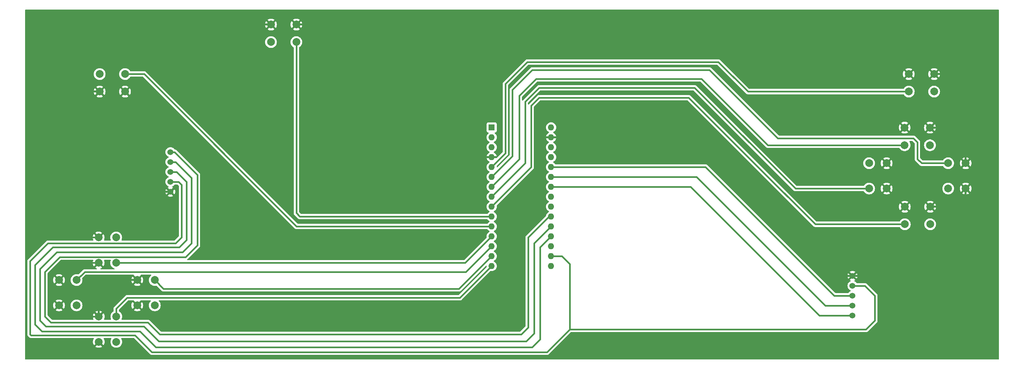
<source format=gtl>
%TF.GenerationSoftware,KiCad,Pcbnew,8.0.1*%
%TF.CreationDate,2024-04-02T22:55:17+01:00*%
%TF.ProjectId,Controller_PCB,436f6e74-726f-46c6-9c65-725f5043422e,v0.1*%
%TF.SameCoordinates,Original*%
%TF.FileFunction,Copper,L1,Top*%
%TF.FilePolarity,Positive*%
%FSLAX46Y46*%
G04 Gerber Fmt 4.6, Leading zero omitted, Abs format (unit mm)*
G04 Created by KiCad (PCBNEW 8.0.1) date 2024-04-02 22:55:17*
%MOMM*%
%LPD*%
G01*
G04 APERTURE LIST*
%TA.AperFunction,ComponentPad*%
%ADD10C,1.524000*%
%TD*%
%TA.AperFunction,ComponentPad*%
%ADD11C,2.000000*%
%TD*%
%TA.AperFunction,ComponentPad*%
%ADD12R,1.600000X1.600000*%
%TD*%
%TA.AperFunction,ComponentPad*%
%ADD13O,1.600000X1.600000*%
%TD*%
%TA.AperFunction,Conductor*%
%ADD14C,0.381000*%
%TD*%
%TA.AperFunction,Conductor*%
%ADD15C,0.508000*%
%TD*%
G04 APERTURE END LIST*
D10*
%TO.P,Joystick_Left1,1,GND*%
%TO.N,GND*%
X62388750Y-116840000D03*
%TO.P,Joystick_Left1,2,+5V*%
%TO.N,+3.3V*%
X62388750Y-114300000D03*
%TO.P,Joystick_Left1,3,VRX*%
%TO.N,/Analog_X_L*%
X62388750Y-111760000D03*
%TO.P,Joystick_Left1,4,VRY*%
%TO.N,/Analog_Y_L*%
X62388750Y-109220000D03*
%TO.P,Joystick_Left1,5,SW*%
%TO.N,/SEL_JOY_L*%
X62388750Y-106680000D03*
%TD*%
%TO.P,Joystick_Right1,1,GND*%
%TO.N,GND*%
X237331250Y-138430000D03*
%TO.P,Joystick_Right1,2,+5V*%
%TO.N,+3.3V*%
X237331250Y-140970000D03*
%TO.P,Joystick_Right1,3,VRX*%
%TO.N,/Analog_X_R*%
X237331250Y-143510000D03*
%TO.P,Joystick_Right1,4,VRY*%
%TO.N,/Analog_Y_R*%
X237331250Y-146050000D03*
%TO.P,Joystick_Right1,5,SW*%
%TO.N,/SEL_JOY_R*%
X237331250Y-148590000D03*
%TD*%
D11*
%TO.P,RIGHT_TRIGGER1,1,1*%
%TO.N,GND*%
X251766000Y-86650000D03*
X258266000Y-86650000D03*
%TO.P,RIGHT_TRIGGER1,2,2*%
%TO.N,/RIGHT_TRIGGER*%
X251766000Y-91150000D03*
X258266000Y-91150000D03*
%TD*%
%TO.P,LEFT_TRIGGER1,1,1*%
%TO.N,/LEFT_TRIGGER*%
X44248000Y-86650000D03*
X50748000Y-86650000D03*
%TO.P,LEFT_TRIGGER1,2,2*%
%TO.N,GND*%
X44248000Y-91150000D03*
X50748000Y-91150000D03*
%TD*%
%TO.P,Y1,1,1*%
%TO.N,GND*%
X246090000Y-109526000D03*
X246090000Y-116026000D03*
%TO.P,Y1,2,2*%
%TO.N,/Y*%
X241590000Y-109526000D03*
X241590000Y-116026000D03*
%TD*%
%TO.P,X1,1,1*%
%TO.N,/X*%
X257198000Y-104902000D03*
X250698000Y-104902000D03*
%TO.P,X1,2,2*%
%TO.N,GND*%
X257198000Y-100402000D03*
X250698000Y-100402000D03*
%TD*%
%TO.P,UP1,1,1*%
%TO.N,/UP*%
X48478000Y-128576000D03*
X48478000Y-135076000D03*
%TO.P,UP1,2,2*%
%TO.N,GND*%
X43978000Y-128576000D03*
X43978000Y-135076000D03*
%TD*%
%TO.P,SEL_1,1,1*%
%TO.N,/SEL_1*%
X94690000Y-78450000D03*
X88190000Y-78450000D03*
%TO.P,SEL_1,2,2*%
%TO.N,GND*%
X94690000Y-73950000D03*
X88190000Y-73950000D03*
%TD*%
%TO.P,RIGHT1,1,1*%
%TO.N,/RIGHT*%
X58384000Y-139498000D03*
X58384000Y-145998000D03*
%TO.P,RIGHT1,2,2*%
%TO.N,GND*%
X53884000Y-139498000D03*
X53884000Y-145998000D03*
%TD*%
%TO.P,LEFT1,1,1*%
%TO.N,GND*%
X33818000Y-145998000D03*
X33818000Y-139498000D03*
%TO.P,LEFT1,2,2*%
%TO.N,/LEFT*%
X38318000Y-145998000D03*
X38318000Y-139498000D03*
%TD*%
%TO.P,DOWN1,1,1*%
%TO.N,/DOWN*%
X48514000Y-148844000D03*
X48514000Y-155344000D03*
%TO.P,DOWN1,2,2*%
%TO.N,GND*%
X44014000Y-148844000D03*
X44014000Y-155344000D03*
%TD*%
%TO.P,B1,1,1*%
%TO.N,/B*%
X261874000Y-116026000D03*
X261874000Y-109526000D03*
%TO.P,B1,2,2*%
%TO.N,GND*%
X266374000Y-116026000D03*
X266374000Y-109526000D03*
%TD*%
%TO.P,A1,1,1*%
%TO.N,/A*%
X257250000Y-125186000D03*
X250750000Y-125186000D03*
%TO.P,A1,2,2*%
%TO.N,GND*%
X257250000Y-120686000D03*
X250750000Y-120686000D03*
%TD*%
D12*
%TO.P,CentralBoard1,1,D1/TX*%
%TO.N,unconnected-(CentralBoard1-D1{slash}TX-Pad1)*%
X144790000Y-100330000D03*
D13*
%TO.P,CentralBoard1,2,D0/RX*%
%TO.N,unconnected-(CentralBoard1-D0{slash}RX-Pad2)*%
X144790000Y-102870000D03*
%TO.P,CentralBoard1,3,~{RESET}*%
%TO.N,unconnected-(CentralBoard1-~{RESET}-Pad3)*%
X144790000Y-105410000D03*
%TO.P,CentralBoard1,4,GND*%
%TO.N,GND*%
X144790000Y-107950000D03*
%TO.P,CentralBoard1,5,D2*%
%TO.N,/RIGHT_TRIGGER*%
X144790000Y-110490000D03*
%TO.P,CentralBoard1,6,D3*%
%TO.N,/B*%
X144790000Y-113030000D03*
%TO.P,CentralBoard1,7,D4*%
%TO.N,/X*%
X144790000Y-115570000D03*
%TO.P,CentralBoard1,8,D5*%
%TO.N,/Y*%
X144790000Y-118110000D03*
%TO.P,CentralBoard1,9,D6*%
%TO.N,/A*%
X144790000Y-120650000D03*
%TO.P,CentralBoard1,10,D7*%
%TO.N,/SEL_1*%
X144790000Y-123190000D03*
%TO.P,CentralBoard1,11,D8*%
%TO.N,/LEFT_TRIGGER*%
X144790000Y-125730000D03*
%TO.P,CentralBoard1,12,D9*%
%TO.N,/UP*%
X144790000Y-128270000D03*
%TO.P,CentralBoard1,13,D10*%
%TO.N,/LEFT*%
X144790000Y-130810000D03*
%TO.P,CentralBoard1,14,D11*%
%TO.N,/RIGHT*%
X144790000Y-133350000D03*
%TO.P,CentralBoard1,15,D12*%
%TO.N,/DOWN*%
X144790000Y-135890000D03*
%TO.P,CentralBoard1,16,D13*%
%TO.N,unconnected-(CentralBoard1-D13-Pad16)*%
X160030000Y-135890000D03*
%TO.P,CentralBoard1,17,3V3*%
%TO.N,+3.3V*%
X160030000Y-133350000D03*
%TO.P,CentralBoard1,18,AREF*%
%TO.N,unconnected-(CentralBoard1-AREF-Pad18)*%
X160030000Y-130810000D03*
%TO.P,CentralBoard1,19,A0*%
%TO.N,/Analog_X_L*%
X160030000Y-128270000D03*
%TO.P,CentralBoard1,20,A1*%
%TO.N,/Analog_Y_L*%
X160030000Y-125730000D03*
%TO.P,CentralBoard1,21,A2*%
%TO.N,/SEL_JOY_L*%
X160030000Y-123190000D03*
%TO.P,CentralBoard1,22,A3*%
%TO.N,unconnected-(CentralBoard1-A3-Pad22)*%
X160030000Y-120650000D03*
%TO.P,CentralBoard1,23,A4*%
%TO.N,unconnected-(CentralBoard1-A4-Pad23)*%
X160030000Y-118110000D03*
%TO.P,CentralBoard1,24,A5*%
%TO.N,/SEL_JOY_R*%
X160030000Y-115570000D03*
%TO.P,CentralBoard1,25,A6*%
%TO.N,/Analog_Y_R*%
X160030000Y-113030000D03*
%TO.P,CentralBoard1,26,A7*%
%TO.N,/Analog_X_R*%
X160030000Y-110490000D03*
%TO.P,CentralBoard1,27,+5V*%
%TO.N,unconnected-(CentralBoard1-+5V-Pad27)*%
X160030000Y-107950000D03*
%TO.P,CentralBoard1,28,~{RESET}*%
%TO.N,unconnected-(CentralBoard1-~{RESET}-Pad28)*%
X160030000Y-105410000D03*
%TO.P,CentralBoard1,29,GND*%
%TO.N,GND*%
X160030000Y-102870000D03*
%TO.P,CentralBoard1,30,VIN*%
%TO.N,unconnected-(CentralBoard1-VIN-Pad30)*%
X160030000Y-100330000D03*
%TD*%
D14*
%TO.N,/Y*%
X156972000Y-90170000D02*
X153416000Y-93726000D01*
X153416000Y-109484000D02*
X144790000Y-118110000D01*
X196850000Y-90170000D02*
X156972000Y-90170000D01*
X222706000Y-116026000D02*
X196850000Y-90170000D01*
X153416000Y-93726000D02*
X153416000Y-109484000D01*
X241590000Y-116026000D02*
X222706000Y-116026000D01*
%TO.N,/A*%
X227802000Y-125186000D02*
X212598000Y-109982000D01*
X250750000Y-125186000D02*
X227802000Y-125186000D01*
%TO.N,/B*%
X150114000Y-107706000D02*
X144790000Y-113030000D01*
X150114000Y-90678000D02*
X150114000Y-107706000D01*
X155194000Y-85598000D02*
X150114000Y-90678000D01*
X252984000Y-103124000D02*
X218186000Y-103124000D01*
X254000000Y-104140000D02*
X252984000Y-103124000D01*
X200660000Y-85598000D02*
X155194000Y-85598000D01*
X254000000Y-108458000D02*
X254000000Y-104140000D01*
X255068000Y-109526000D02*
X254000000Y-108458000D01*
X218186000Y-103124000D02*
X200660000Y-85598000D01*
X261874000Y-109526000D02*
X255068000Y-109526000D01*
%TO.N,/X*%
X151892000Y-108468000D02*
X144790000Y-115570000D01*
X151892000Y-92202000D02*
X151892000Y-108468000D01*
X198628000Y-87884000D02*
X156210000Y-87884000D01*
X156210000Y-87884000D02*
X151892000Y-92202000D01*
X250698000Y-104902000D02*
X215646000Y-104902000D01*
X215646000Y-104902000D02*
X198628000Y-87884000D01*
D15*
%TO.N,GND*%
X262164000Y-86650000D02*
X258266000Y-86650000D01*
X263978000Y-88464000D02*
X262164000Y-86650000D01*
X263978000Y-100402000D02*
X263978000Y-88464000D01*
X263978000Y-100402000D02*
X266374000Y-102798000D01*
X257198000Y-100402000D02*
X263978000Y-100402000D01*
X266374000Y-102798000D02*
X266374000Y-109526000D01*
X264632000Y-120686000D02*
X262128000Y-120686000D01*
X266374000Y-118944000D02*
X264632000Y-120686000D01*
X266374000Y-116026000D02*
X266374000Y-118944000D01*
X262128000Y-136144000D02*
X262128000Y-120686000D01*
X259842000Y-138430000D02*
X262128000Y-136144000D01*
X237331250Y-138430000D02*
X259842000Y-138430000D01*
X257250000Y-120686000D02*
X262128000Y-120686000D01*
D14*
%TO.N,/RIGHT_TRIGGER*%
X251766000Y-91150000D02*
X210530000Y-91150000D01*
D15*
%TO.N,GND*%
X138974000Y-73950000D02*
X94690000Y-73950000D01*
X140716000Y-75692000D02*
X138974000Y-73950000D01*
X140716000Y-106172000D02*
X140716000Y-75692000D01*
X142494000Y-107950000D02*
X140716000Y-106172000D01*
X144790000Y-107950000D02*
X142494000Y-107950000D01*
X36830000Y-75438000D02*
X36830000Y-91150000D01*
X38318000Y-73950000D02*
X36830000Y-75438000D01*
X88190000Y-73950000D02*
X38318000Y-73950000D01*
D14*
%TO.N,/SEL_1*%
X95580000Y-123190000D02*
X94690000Y-122300000D01*
X94690000Y-122300000D02*
X94690000Y-78450000D01*
D15*
%TO.N,GND*%
X44248000Y-91150000D02*
X36830000Y-91150000D01*
D14*
%TO.N,/LEFT_TRIGGER*%
X55662000Y-86650000D02*
X50748000Y-86650000D01*
D15*
%TO.N,GND*%
X44014000Y-147066000D02*
X44014000Y-148844000D01*
X51582000Y-139498000D02*
X44014000Y-147066000D01*
D14*
%TO.N,/DOWN*%
X48514000Y-146812000D02*
X48514000Y-148844000D01*
X51308000Y-144018000D02*
X48514000Y-146812000D01*
X136662000Y-144018000D02*
X51308000Y-144018000D01*
X144790000Y-135890000D02*
X136662000Y-144018000D01*
%TO.N,GND*%
X36664000Y-148844000D02*
X44014000Y-148844000D01*
%TO.N,/Analog_X_L*%
X157226000Y-131074000D02*
X160030000Y-128270000D01*
X157226000Y-154686000D02*
X157226000Y-131074000D01*
X155194000Y-156718000D02*
X157226000Y-154686000D01*
X58674000Y-156718000D02*
X155194000Y-156718000D01*
X29464000Y-152654000D02*
X54610000Y-152654000D01*
X27686000Y-150876000D02*
X29464000Y-152654000D01*
X54610000Y-152654000D02*
X58674000Y-156718000D01*
X27686000Y-135636000D02*
X27686000Y-150876000D01*
X64672829Y-131064000D02*
X32258000Y-131064000D01*
X32258000Y-131064000D02*
X27686000Y-135636000D01*
X66548000Y-114300000D02*
X66548000Y-129188829D01*
X64008000Y-111760000D02*
X66548000Y-114300000D01*
X66548000Y-129188829D02*
X64672829Y-131064000D01*
X62388750Y-111760000D02*
X64008000Y-111760000D01*
%TO.N,/Analog_Y_L*%
X63754000Y-109220000D02*
X62388750Y-109220000D01*
X67818000Y-113284000D02*
X63754000Y-109220000D01*
X67818000Y-130048000D02*
X67818000Y-113284000D01*
X65532000Y-132334000D02*
X67818000Y-130048000D01*
X33274000Y-132334000D02*
X65532000Y-132334000D01*
X28956000Y-149860000D02*
X28956000Y-136652000D01*
X28956000Y-136652000D02*
X33274000Y-132334000D01*
X30480000Y-151384000D02*
X28956000Y-149860000D01*
X55626000Y-151384000D02*
X30480000Y-151384000D01*
X59436000Y-155194000D02*
X55626000Y-151384000D01*
X153670000Y-155194000D02*
X59436000Y-155194000D01*
X155702000Y-153162000D02*
X153670000Y-155194000D01*
X160030000Y-125730000D02*
X155702000Y-130058000D01*
X155702000Y-130058000D02*
X155702000Y-153162000D01*
%TO.N,/SEL_JOY_L*%
X159512000Y-123190000D02*
X160030000Y-123190000D01*
X154178000Y-128524000D02*
X159512000Y-123190000D01*
X154178000Y-151638000D02*
X154178000Y-128524000D01*
X152400000Y-153416000D02*
X154178000Y-151638000D01*
X59690000Y-153416000D02*
X152400000Y-153416000D01*
X56642000Y-150368000D02*
X59690000Y-153416000D01*
X31750000Y-150368000D02*
X56642000Y-150368000D01*
X30226000Y-148844000D02*
X31750000Y-150368000D01*
X30226000Y-137414000D02*
X30226000Y-148844000D01*
X34036000Y-133604000D02*
X30226000Y-137414000D01*
X69342000Y-130556000D02*
X66294000Y-133604000D01*
X63500000Y-106680000D02*
X69342000Y-112522000D01*
X69342000Y-112522000D02*
X69342000Y-130556000D01*
X66294000Y-133604000D02*
X34036000Y-133604000D01*
X62388750Y-106680000D02*
X63500000Y-106680000D01*
%TO.N,+3.3V*%
X159004000Y-157988000D02*
X164846000Y-152146000D01*
X57658000Y-157988000D02*
X159004000Y-157988000D01*
X53340000Y-153670000D02*
X57658000Y-157988000D01*
X30988000Y-130048000D02*
X26416000Y-134620000D01*
X26670000Y-153670000D02*
X53340000Y-153670000D01*
X26416000Y-153416000D02*
X26670000Y-153670000D01*
X26416000Y-134620000D02*
X26416000Y-153416000D01*
X65278000Y-128524000D02*
X63754000Y-130048000D01*
X62388750Y-114300000D02*
X64516000Y-114300000D01*
X64516000Y-114300000D02*
X65278000Y-115062000D01*
X63754000Y-130048000D02*
X30988000Y-130048000D01*
X65278000Y-115062000D02*
X65278000Y-128524000D01*
%TO.N,/LEFT*%
X138186000Y-137414000D02*
X144790000Y-130810000D01*
X40402000Y-137414000D02*
X138186000Y-137414000D01*
X38318000Y-139498000D02*
X40402000Y-137414000D01*
%TO.N,GND*%
X38240000Y-135076000D02*
X43978000Y-135076000D01*
X33818000Y-139498000D02*
X38240000Y-135076000D01*
X33818000Y-145998000D02*
X36664000Y-148844000D01*
%TO.N,/UP*%
X137984000Y-135076000D02*
X144790000Y-128270000D01*
X48478000Y-135076000D02*
X137984000Y-135076000D01*
%TO.N,GND*%
X43978000Y-128576000D02*
X37136000Y-128576000D01*
X37136000Y-128576000D02*
X36830000Y-128270000D01*
%TO.N,/RIGHT*%
X136408000Y-141732000D02*
X144790000Y-133350000D01*
X60618000Y-141732000D02*
X136408000Y-141732000D01*
X58384000Y-139498000D02*
X60618000Y-141732000D01*
D15*
%TO.N,GND*%
X51582000Y-139498000D02*
X53884000Y-139498000D01*
X36830000Y-91150000D02*
X36830000Y-116840000D01*
X196850000Y-102870000D02*
X160030000Y-102870000D01*
X36830000Y-116840000D02*
X62388750Y-116840000D01*
X36830000Y-128270000D02*
X36830000Y-116840000D01*
X232410000Y-138430000D02*
X196850000Y-102870000D01*
X232410000Y-138430000D02*
X237331250Y-138430000D01*
D14*
%TO.N,+3.3V*%
X240792000Y-152146000D02*
X164846000Y-152146000D01*
X243078000Y-143510000D02*
X243078000Y-149860000D01*
X164846000Y-135382000D02*
X162814000Y-133350000D01*
X162814000Y-133350000D02*
X160030000Y-133350000D01*
X237331250Y-140970000D02*
X240538000Y-140970000D01*
X164846000Y-152146000D02*
X164846000Y-135382000D01*
X240538000Y-140970000D02*
X243078000Y-143510000D01*
X243078000Y-149860000D02*
X240792000Y-152146000D01*
%TO.N,/SEL_1*%
X144790000Y-123190000D02*
X95580000Y-123190000D01*
%TO.N,/A*%
X212598000Y-109982000D02*
X195326000Y-92710000D01*
X144790000Y-120640000D02*
X144790000Y-120650000D01*
X154940000Y-110490000D02*
X144790000Y-120640000D01*
X154940000Y-94742000D02*
X154940000Y-110490000D01*
X156972000Y-92710000D02*
X154940000Y-94742000D01*
X195326000Y-92710000D02*
X156972000Y-92710000D01*
%TO.N,/RIGHT_TRIGGER*%
X148336000Y-106944000D02*
X144790000Y-110490000D01*
X202946000Y-83566000D02*
X153924000Y-83566000D01*
X148336000Y-89154000D02*
X148336000Y-106944000D01*
X153924000Y-83566000D02*
X148336000Y-89154000D01*
X210530000Y-91150000D02*
X202946000Y-83566000D01*
%TO.N,/LEFT_TRIGGER*%
X55662000Y-86650000D02*
X94742000Y-125730000D01*
X94742000Y-125730000D02*
X144790000Y-125730000D01*
%TO.N,/Analog_Y_R*%
X230378000Y-146050000D02*
X197358000Y-113030000D01*
X237331250Y-146050000D02*
X230378000Y-146050000D01*
X197358000Y-113030000D02*
X160030000Y-113030000D01*
%TO.N,/Analog_X_R*%
X232664000Y-143510000D02*
X199644000Y-110490000D01*
X199644000Y-110490000D02*
X160030000Y-110490000D01*
X237331250Y-143510000D02*
X232664000Y-143510000D01*
%TO.N,/SEL_JOY_R*%
X237331250Y-148590000D02*
X228854000Y-148590000D01*
X228854000Y-148590000D02*
X195834000Y-115570000D01*
X195834000Y-115570000D02*
X160030000Y-115570000D01*
%TD*%
%TA.AperFunction,Conductor*%
%TO.N,GND*%
G36*
X42559861Y-134314685D02*
G01*
X42605616Y-134367489D01*
X42615560Y-134436647D01*
X42606378Y-134468810D01*
X42554412Y-134587282D01*
X42493387Y-134828261D01*
X42493385Y-134828270D01*
X42472859Y-135075994D01*
X42472859Y-135076005D01*
X42493385Y-135323729D01*
X42493387Y-135323738D01*
X42554412Y-135564717D01*
X42654266Y-135792364D01*
X42754564Y-135945882D01*
X43454212Y-135246233D01*
X43465482Y-135288292D01*
X43537890Y-135413708D01*
X43640292Y-135516110D01*
X43765708Y-135588518D01*
X43807765Y-135599787D01*
X43107942Y-136299609D01*
X43154768Y-136336055D01*
X43154770Y-136336056D01*
X43373385Y-136454364D01*
X43373396Y-136454369D01*
X43453062Y-136481719D01*
X43510077Y-136522105D01*
X43536208Y-136586904D01*
X43523156Y-136655544D01*
X43475068Y-136706232D01*
X43412799Y-136723000D01*
X40333941Y-136723000D01*
X40318511Y-136726069D01*
X40303080Y-136729139D01*
X40303079Y-136729139D01*
X40200450Y-136749553D01*
X40200438Y-136749556D01*
X40074690Y-136801642D01*
X40074687Y-136801644D01*
X39961514Y-136877263D01*
X39961507Y-136877269D01*
X38826270Y-138012506D01*
X38764947Y-138045991D01*
X38698325Y-138042106D01*
X38687614Y-138038428D01*
X38442335Y-137997500D01*
X38193665Y-137997500D01*
X37948383Y-138038429D01*
X37713197Y-138119169D01*
X37713188Y-138119172D01*
X37494493Y-138237524D01*
X37298257Y-138390261D01*
X37129833Y-138573217D01*
X36993826Y-138781393D01*
X36893936Y-139009118D01*
X36832892Y-139250175D01*
X36832890Y-139250187D01*
X36812357Y-139497994D01*
X36812357Y-139498005D01*
X36832890Y-139745812D01*
X36832892Y-139745824D01*
X36893936Y-139986881D01*
X36993826Y-140214606D01*
X37129833Y-140422782D01*
X37139487Y-140433269D01*
X37298256Y-140605738D01*
X37494491Y-140758474D01*
X37494493Y-140758475D01*
X37712332Y-140876364D01*
X37713190Y-140876828D01*
X37864460Y-140928759D01*
X37946964Y-140957083D01*
X37948386Y-140957571D01*
X38193665Y-140998500D01*
X38442335Y-140998500D01*
X38687614Y-140957571D01*
X38922810Y-140876828D01*
X39141509Y-140758474D01*
X39337744Y-140605738D01*
X39506164Y-140422785D01*
X39642173Y-140214607D01*
X39742063Y-139986881D01*
X39803108Y-139745821D01*
X39806846Y-139700708D01*
X39823643Y-139498005D01*
X39823643Y-139497994D01*
X39803109Y-139250187D01*
X39803106Y-139250170D01*
X39776332Y-139144447D01*
X39767853Y-139110963D01*
X39770477Y-139041145D01*
X39800375Y-138992845D01*
X40651903Y-138141319D01*
X40713226Y-138107834D01*
X40739584Y-138105000D01*
X52892522Y-138105000D01*
X52959561Y-138124685D01*
X53005316Y-138177489D01*
X53016284Y-138236686D01*
X53013942Y-138274390D01*
X53713765Y-138974212D01*
X53671708Y-138985482D01*
X53546292Y-139057890D01*
X53443890Y-139160292D01*
X53371482Y-139285708D01*
X53360212Y-139327764D01*
X52660564Y-138628116D01*
X52560267Y-138781632D01*
X52460412Y-139009282D01*
X52399387Y-139250261D01*
X52399385Y-139250270D01*
X52378859Y-139497994D01*
X52378859Y-139498005D01*
X52399385Y-139745729D01*
X52399387Y-139745738D01*
X52460412Y-139986717D01*
X52560266Y-140214364D01*
X52660564Y-140367882D01*
X53360212Y-139668234D01*
X53371482Y-139710292D01*
X53443890Y-139835708D01*
X53546292Y-139938110D01*
X53671708Y-140010518D01*
X53713765Y-140021787D01*
X53013942Y-140721609D01*
X53060768Y-140758055D01*
X53060770Y-140758056D01*
X53279385Y-140876364D01*
X53279396Y-140876369D01*
X53514506Y-140957083D01*
X53759707Y-140998000D01*
X54008293Y-140998000D01*
X54253493Y-140957083D01*
X54488603Y-140876369D01*
X54488614Y-140876364D01*
X54707228Y-140758057D01*
X54707231Y-140758055D01*
X54754056Y-140721609D01*
X54054234Y-140021787D01*
X54096292Y-140010518D01*
X54221708Y-139938110D01*
X54324110Y-139835708D01*
X54396518Y-139710292D01*
X54407787Y-139668234D01*
X55107434Y-140367882D01*
X55207731Y-140214369D01*
X55307587Y-139986717D01*
X55368612Y-139745738D01*
X55368614Y-139745729D01*
X55389141Y-139498005D01*
X55389141Y-139497994D01*
X55368614Y-139250270D01*
X55368612Y-139250261D01*
X55307587Y-139009282D01*
X55207731Y-138781630D01*
X55107434Y-138628116D01*
X54407787Y-139327764D01*
X54396518Y-139285708D01*
X54324110Y-139160292D01*
X54221708Y-139057890D01*
X54096292Y-138985482D01*
X54054234Y-138974212D01*
X54754057Y-138274389D01*
X54751716Y-138236684D01*
X54767209Y-138168554D01*
X54817075Y-138119615D01*
X54875478Y-138105000D01*
X57369561Y-138105000D01*
X57436600Y-138124685D01*
X57482355Y-138177489D01*
X57492299Y-138246647D01*
X57463274Y-138310203D01*
X57445723Y-138326853D01*
X57364262Y-138390256D01*
X57364259Y-138390259D01*
X57195833Y-138573217D01*
X57059826Y-138781393D01*
X56959936Y-139009118D01*
X56898892Y-139250175D01*
X56898890Y-139250187D01*
X56878357Y-139497994D01*
X56878357Y-139498005D01*
X56898890Y-139745812D01*
X56898892Y-139745824D01*
X56959936Y-139986881D01*
X57059826Y-140214606D01*
X57195833Y-140422782D01*
X57205487Y-140433269D01*
X57364256Y-140605738D01*
X57560491Y-140758474D01*
X57560493Y-140758475D01*
X57778332Y-140876364D01*
X57779190Y-140876828D01*
X57930460Y-140928759D01*
X58012964Y-140957083D01*
X58014386Y-140957571D01*
X58259665Y-140998500D01*
X58508335Y-140998500D01*
X58753609Y-140957572D01*
X58753609Y-140957571D01*
X58753614Y-140957571D01*
X58764327Y-140953892D01*
X58834124Y-140950743D01*
X58892271Y-140983493D01*
X60177507Y-142268730D01*
X60177514Y-142268736D01*
X60290687Y-142344355D01*
X60290690Y-142344357D01*
X60416438Y-142396443D01*
X60416443Y-142396445D01*
X60416447Y-142396445D01*
X60416448Y-142396446D01*
X60549939Y-142423000D01*
X60549942Y-142423000D01*
X136476060Y-142423000D01*
X136565870Y-142405134D01*
X136609557Y-142396445D01*
X136735311Y-142344356D01*
X136848487Y-142268735D01*
X143275800Y-135841420D01*
X143337121Y-135807937D01*
X143406813Y-135812921D01*
X143462746Y-135854793D01*
X143487007Y-135918295D01*
X143504364Y-136116686D01*
X143505306Y-136122025D01*
X143502845Y-136122458D01*
X143501460Y-136181787D01*
X143471012Y-136231765D01*
X136412097Y-143290681D01*
X136350774Y-143324166D01*
X136324416Y-143327000D01*
X51239940Y-143327000D01*
X51106448Y-143353553D01*
X51106438Y-143353556D01*
X50980695Y-143405640D01*
X50980682Y-143405647D01*
X50867514Y-143481264D01*
X50867510Y-143481267D01*
X47977269Y-146371507D01*
X47977263Y-146371514D01*
X47917135Y-146461504D01*
X47917135Y-146461505D01*
X47901642Y-146484691D01*
X47849556Y-146610438D01*
X47849553Y-146610448D01*
X47823000Y-146743939D01*
X47823000Y-147437927D01*
X47803315Y-147504966D01*
X47758018Y-147546981D01*
X47690501Y-147583519D01*
X47690494Y-147583523D01*
X47494257Y-147736261D01*
X47325833Y-147919217D01*
X47189826Y-148127393D01*
X47089936Y-148355118D01*
X47028892Y-148596175D01*
X47028890Y-148596187D01*
X47008357Y-148843994D01*
X47008357Y-148844005D01*
X47028890Y-149091812D01*
X47028892Y-149091824D01*
X47089936Y-149332881D01*
X47164641Y-149503190D01*
X47173544Y-149572490D01*
X47143567Y-149635602D01*
X47084227Y-149672489D01*
X47051085Y-149677000D01*
X45476369Y-149677000D01*
X45409330Y-149657315D01*
X45363575Y-149604511D01*
X45353631Y-149535353D01*
X45362813Y-149503190D01*
X45437587Y-149332717D01*
X45498612Y-149091738D01*
X45498614Y-149091729D01*
X45519141Y-148844005D01*
X45519141Y-148843994D01*
X45498614Y-148596270D01*
X45498612Y-148596261D01*
X45437587Y-148355282D01*
X45337731Y-148127630D01*
X45237434Y-147974116D01*
X44537786Y-148673763D01*
X44526518Y-148631708D01*
X44454110Y-148506292D01*
X44351708Y-148403890D01*
X44226292Y-148331482D01*
X44184235Y-148320212D01*
X44884057Y-147620390D01*
X44884056Y-147620389D01*
X44837229Y-147583943D01*
X44618614Y-147465635D01*
X44618603Y-147465630D01*
X44383493Y-147384916D01*
X44138293Y-147344000D01*
X43889707Y-147344000D01*
X43644506Y-147384916D01*
X43409396Y-147465630D01*
X43409390Y-147465632D01*
X43190761Y-147583949D01*
X43143942Y-147620388D01*
X43143942Y-147620390D01*
X43843765Y-148320212D01*
X43801708Y-148331482D01*
X43676292Y-148403890D01*
X43573890Y-148506292D01*
X43501482Y-148631708D01*
X43490212Y-148673765D01*
X42790564Y-147974116D01*
X42690267Y-148127632D01*
X42590412Y-148355282D01*
X42529387Y-148596261D01*
X42529385Y-148596270D01*
X42508859Y-148843994D01*
X42508859Y-148844005D01*
X42529385Y-149091729D01*
X42529387Y-149091738D01*
X42590412Y-149332717D01*
X42665187Y-149503190D01*
X42674090Y-149572491D01*
X42644112Y-149635603D01*
X42584773Y-149672489D01*
X42551631Y-149677000D01*
X32087584Y-149677000D01*
X32020545Y-149657315D01*
X31999903Y-149640681D01*
X30953319Y-148594097D01*
X30919834Y-148532774D01*
X30917000Y-148506416D01*
X30917000Y-145998005D01*
X32312859Y-145998005D01*
X32333385Y-146245729D01*
X32333387Y-146245738D01*
X32394412Y-146486717D01*
X32494266Y-146714364D01*
X32594564Y-146867882D01*
X33294212Y-146168234D01*
X33305482Y-146210292D01*
X33377890Y-146335708D01*
X33480292Y-146438110D01*
X33605708Y-146510518D01*
X33647765Y-146521787D01*
X32947942Y-147221609D01*
X32994768Y-147258055D01*
X32994770Y-147258056D01*
X33213385Y-147376364D01*
X33213396Y-147376369D01*
X33448506Y-147457083D01*
X33693707Y-147498000D01*
X33942293Y-147498000D01*
X34187493Y-147457083D01*
X34422603Y-147376369D01*
X34422614Y-147376364D01*
X34641228Y-147258057D01*
X34641231Y-147258055D01*
X34688056Y-147221609D01*
X33988234Y-146521787D01*
X34030292Y-146510518D01*
X34155708Y-146438110D01*
X34258110Y-146335708D01*
X34330518Y-146210292D01*
X34341787Y-146168235D01*
X35041434Y-146867882D01*
X35141731Y-146714369D01*
X35241587Y-146486717D01*
X35302612Y-146245738D01*
X35302614Y-146245729D01*
X35323141Y-145998005D01*
X36812357Y-145998005D01*
X36832890Y-146245812D01*
X36832892Y-146245824D01*
X36893936Y-146486881D01*
X36993826Y-146714606D01*
X37129833Y-146922782D01*
X37129836Y-146922785D01*
X37298256Y-147105738D01*
X37494491Y-147258474D01*
X37494493Y-147258475D01*
X37712332Y-147376364D01*
X37713190Y-147376828D01*
X37778084Y-147399106D01*
X37946964Y-147457083D01*
X37948386Y-147457571D01*
X38193665Y-147498500D01*
X38442335Y-147498500D01*
X38687614Y-147457571D01*
X38922810Y-147376828D01*
X39141509Y-147258474D01*
X39337744Y-147105738D01*
X39506164Y-146922785D01*
X39642173Y-146714607D01*
X39742063Y-146486881D01*
X39803108Y-146245821D01*
X39819334Y-146050002D01*
X39823643Y-145998005D01*
X39823643Y-145997994D01*
X39803109Y-145750187D01*
X39803107Y-145750175D01*
X39742063Y-145509118D01*
X39642173Y-145281393D01*
X39506166Y-145073217D01*
X39484557Y-145049744D01*
X39337744Y-144890262D01*
X39141509Y-144737526D01*
X39141507Y-144737525D01*
X39141506Y-144737524D01*
X38922811Y-144619172D01*
X38922802Y-144619169D01*
X38687616Y-144538429D01*
X38442335Y-144497500D01*
X38193665Y-144497500D01*
X37948383Y-144538429D01*
X37713197Y-144619169D01*
X37713188Y-144619172D01*
X37494493Y-144737524D01*
X37298257Y-144890261D01*
X37129833Y-145073217D01*
X36993826Y-145281393D01*
X36893936Y-145509118D01*
X36832892Y-145750175D01*
X36832890Y-145750187D01*
X36812357Y-145997994D01*
X36812357Y-145998005D01*
X35323141Y-145998005D01*
X35323141Y-145997994D01*
X35302614Y-145750270D01*
X35302612Y-145750261D01*
X35241587Y-145509282D01*
X35141731Y-145281630D01*
X35041434Y-145128116D01*
X34341787Y-145827764D01*
X34330518Y-145785708D01*
X34258110Y-145660292D01*
X34155708Y-145557890D01*
X34030292Y-145485482D01*
X33988235Y-145474212D01*
X34688057Y-144774390D01*
X34688056Y-144774389D01*
X34641229Y-144737943D01*
X34422614Y-144619635D01*
X34422603Y-144619630D01*
X34187493Y-144538916D01*
X33942293Y-144498000D01*
X33693707Y-144498000D01*
X33448506Y-144538916D01*
X33213396Y-144619630D01*
X33213390Y-144619632D01*
X32994761Y-144737949D01*
X32947942Y-144774388D01*
X32947942Y-144774390D01*
X33647765Y-145474212D01*
X33605708Y-145485482D01*
X33480292Y-145557890D01*
X33377890Y-145660292D01*
X33305482Y-145785708D01*
X33294212Y-145827764D01*
X32594564Y-145128116D01*
X32494267Y-145281632D01*
X32394412Y-145509282D01*
X32333387Y-145750261D01*
X32333385Y-145750270D01*
X32312859Y-145997994D01*
X32312859Y-145998005D01*
X30917000Y-145998005D01*
X30917000Y-139498005D01*
X32312859Y-139498005D01*
X32333385Y-139745729D01*
X32333387Y-139745738D01*
X32394412Y-139986717D01*
X32494266Y-140214364D01*
X32594564Y-140367882D01*
X33294212Y-139668234D01*
X33305482Y-139710292D01*
X33377890Y-139835708D01*
X33480292Y-139938110D01*
X33605708Y-140010518D01*
X33647765Y-140021787D01*
X32947942Y-140721609D01*
X32994768Y-140758055D01*
X32994770Y-140758056D01*
X33213385Y-140876364D01*
X33213396Y-140876369D01*
X33448506Y-140957083D01*
X33693707Y-140998000D01*
X33942293Y-140998000D01*
X34187493Y-140957083D01*
X34422603Y-140876369D01*
X34422614Y-140876364D01*
X34641228Y-140758057D01*
X34641231Y-140758055D01*
X34688056Y-140721609D01*
X33988234Y-140021787D01*
X34030292Y-140010518D01*
X34155708Y-139938110D01*
X34258110Y-139835708D01*
X34330518Y-139710292D01*
X34341787Y-139668235D01*
X35041434Y-140367882D01*
X35141731Y-140214369D01*
X35241587Y-139986717D01*
X35302612Y-139745738D01*
X35302614Y-139745729D01*
X35323141Y-139498005D01*
X35323141Y-139497994D01*
X35302614Y-139250270D01*
X35302612Y-139250261D01*
X35241587Y-139009282D01*
X35141731Y-138781630D01*
X35041434Y-138628116D01*
X34341787Y-139327764D01*
X34330518Y-139285708D01*
X34258110Y-139160292D01*
X34155708Y-139057890D01*
X34030292Y-138985482D01*
X33988235Y-138974212D01*
X34688057Y-138274390D01*
X34688056Y-138274389D01*
X34641229Y-138237943D01*
X34422614Y-138119635D01*
X34422603Y-138119630D01*
X34187493Y-138038916D01*
X33942293Y-137998000D01*
X33693707Y-137998000D01*
X33448506Y-138038916D01*
X33213396Y-138119630D01*
X33213390Y-138119632D01*
X32994761Y-138237949D01*
X32947942Y-138274388D01*
X32947942Y-138274390D01*
X33647765Y-138974212D01*
X33605708Y-138985482D01*
X33480292Y-139057890D01*
X33377890Y-139160292D01*
X33305482Y-139285708D01*
X33294212Y-139327764D01*
X32594564Y-138628116D01*
X32494267Y-138781632D01*
X32394412Y-139009282D01*
X32333387Y-139250261D01*
X32333385Y-139250270D01*
X32312859Y-139497994D01*
X32312859Y-139498005D01*
X30917000Y-139498005D01*
X30917000Y-137751583D01*
X30936685Y-137684544D01*
X30953319Y-137663902D01*
X34285902Y-134331319D01*
X34347225Y-134297834D01*
X34373583Y-134295000D01*
X42492822Y-134295000D01*
X42559861Y-134314685D01*
G37*
%TD.AperFunction*%
%TA.AperFunction,Conductor*%
G36*
X47059315Y-134314685D02*
G01*
X47105070Y-134367489D01*
X47115014Y-134436647D01*
X47105832Y-134468810D01*
X47053936Y-134587118D01*
X46992892Y-134828175D01*
X46992890Y-134828187D01*
X46972357Y-135075994D01*
X46972357Y-135076005D01*
X46992890Y-135323812D01*
X46992892Y-135323824D01*
X47053936Y-135564881D01*
X47153826Y-135792606D01*
X47289833Y-136000782D01*
X47289836Y-136000785D01*
X47458256Y-136183738D01*
X47654491Y-136336474D01*
X47654493Y-136336475D01*
X47872332Y-136454364D01*
X47873190Y-136454828D01*
X47905204Y-136465818D01*
X47951519Y-136481719D01*
X48008534Y-136522105D01*
X48034665Y-136586904D01*
X48021613Y-136655544D01*
X47973525Y-136706232D01*
X47911256Y-136723000D01*
X44543201Y-136723000D01*
X44476162Y-136703315D01*
X44430407Y-136650511D01*
X44420463Y-136581353D01*
X44449488Y-136517797D01*
X44502938Y-136481719D01*
X44582603Y-136454369D01*
X44582614Y-136454364D01*
X44801228Y-136336057D01*
X44801231Y-136336055D01*
X44848056Y-136299609D01*
X44148234Y-135599787D01*
X44190292Y-135588518D01*
X44315708Y-135516110D01*
X44418110Y-135413708D01*
X44490518Y-135288292D01*
X44501787Y-135246235D01*
X45201434Y-135945882D01*
X45301731Y-135792369D01*
X45401587Y-135564717D01*
X45462612Y-135323738D01*
X45462614Y-135323729D01*
X45483141Y-135076005D01*
X45483141Y-135075994D01*
X45462614Y-134828270D01*
X45462612Y-134828261D01*
X45401587Y-134587282D01*
X45349622Y-134468810D01*
X45340719Y-134399509D01*
X45370697Y-134336397D01*
X45430036Y-134299511D01*
X45463178Y-134295000D01*
X46992276Y-134295000D01*
X47059315Y-134314685D01*
G37*
%TD.AperFunction*%
%TA.AperFunction,Conductor*%
G36*
X274815539Y-70147185D02*
G01*
X274861294Y-70199989D01*
X274872500Y-70251500D01*
X274872500Y-159748500D01*
X274852815Y-159815539D01*
X274800011Y-159861294D01*
X274748500Y-159872500D01*
X25251500Y-159872500D01*
X25184461Y-159852815D01*
X25138706Y-159800011D01*
X25127500Y-159748500D01*
X25127500Y-153484059D01*
X25724999Y-153484059D01*
X25751553Y-153617551D01*
X25751556Y-153617561D01*
X25803642Y-153743309D01*
X25803644Y-153743312D01*
X25879263Y-153856485D01*
X25879269Y-153856492D01*
X26229507Y-154206730D01*
X26229514Y-154206736D01*
X26342687Y-154282355D01*
X26342690Y-154282357D01*
X26430385Y-154318681D01*
X26468443Y-154334445D01*
X26468447Y-154334445D01*
X26468448Y-154334446D01*
X26601939Y-154361000D01*
X26601942Y-154361000D01*
X42635335Y-154361000D01*
X42702374Y-154380685D01*
X42748129Y-154433489D01*
X42758073Y-154502647D01*
X42739144Y-154552821D01*
X42690267Y-154627632D01*
X42590412Y-154855282D01*
X42529387Y-155096261D01*
X42529385Y-155096270D01*
X42508859Y-155343994D01*
X42508859Y-155344005D01*
X42529385Y-155591729D01*
X42529387Y-155591738D01*
X42590412Y-155832717D01*
X42690266Y-156060364D01*
X42790564Y-156213882D01*
X43490212Y-155514233D01*
X43501482Y-155556292D01*
X43573890Y-155681708D01*
X43676292Y-155784110D01*
X43801708Y-155856518D01*
X43843765Y-155867787D01*
X43143942Y-156567609D01*
X43190768Y-156604055D01*
X43190770Y-156604056D01*
X43409385Y-156722364D01*
X43409396Y-156722369D01*
X43644506Y-156803083D01*
X43889707Y-156844000D01*
X44138293Y-156844000D01*
X44383493Y-156803083D01*
X44618603Y-156722369D01*
X44618614Y-156722364D01*
X44837228Y-156604057D01*
X44837231Y-156604055D01*
X44884056Y-156567609D01*
X44184234Y-155867787D01*
X44226292Y-155856518D01*
X44351708Y-155784110D01*
X44454110Y-155681708D01*
X44526518Y-155556292D01*
X44537787Y-155514235D01*
X45237434Y-156213882D01*
X45337731Y-156060369D01*
X45437587Y-155832717D01*
X45498612Y-155591738D01*
X45498614Y-155591729D01*
X45519141Y-155344005D01*
X45519141Y-155343994D01*
X45498614Y-155096270D01*
X45498612Y-155096261D01*
X45437587Y-154855282D01*
X45337732Y-154627632D01*
X45288856Y-154552821D01*
X45268669Y-154485932D01*
X45287849Y-154418746D01*
X45340307Y-154372596D01*
X45392665Y-154361000D01*
X47134738Y-154361000D01*
X47201777Y-154380685D01*
X47247532Y-154433489D01*
X47257476Y-154502647D01*
X47238547Y-154552820D01*
X47196001Y-154617943D01*
X47189825Y-154627396D01*
X47089936Y-154855118D01*
X47028892Y-155096175D01*
X47028890Y-155096187D01*
X47008357Y-155343994D01*
X47008357Y-155344005D01*
X47028890Y-155591812D01*
X47028892Y-155591824D01*
X47089936Y-155832881D01*
X47189826Y-156060606D01*
X47325833Y-156268782D01*
X47325836Y-156268785D01*
X47494256Y-156451738D01*
X47690491Y-156604474D01*
X47690493Y-156604475D01*
X47908332Y-156722364D01*
X47909190Y-156722828D01*
X48128141Y-156797994D01*
X48142964Y-156803083D01*
X48144386Y-156803571D01*
X48389665Y-156844500D01*
X48638335Y-156844500D01*
X48883614Y-156803571D01*
X49118810Y-156722828D01*
X49337509Y-156604474D01*
X49533744Y-156451738D01*
X49702164Y-156268785D01*
X49838173Y-156060607D01*
X49938063Y-155832881D01*
X49999108Y-155591821D01*
X50019643Y-155344000D01*
X50001619Y-155126486D01*
X49999109Y-155096187D01*
X49999107Y-155096175D01*
X49938063Y-154855118D01*
X49838174Y-154627396D01*
X49838173Y-154627393D01*
X49789452Y-154552820D01*
X49769266Y-154485932D01*
X49788446Y-154418746D01*
X49840904Y-154372596D01*
X49893262Y-154361000D01*
X53002416Y-154361000D01*
X53069455Y-154380685D01*
X53090097Y-154397319D01*
X57217507Y-158524730D01*
X57217514Y-158524736D01*
X57330687Y-158600355D01*
X57330690Y-158600357D01*
X57456438Y-158652443D01*
X57456443Y-158652445D01*
X57456447Y-158652445D01*
X57456448Y-158652446D01*
X57589939Y-158679000D01*
X57589942Y-158679000D01*
X159072060Y-158679000D01*
X159161870Y-158661134D01*
X159205557Y-158652445D01*
X159331311Y-158600356D01*
X159444487Y-158524735D01*
X165095902Y-152873318D01*
X165157225Y-152839834D01*
X165183583Y-152837000D01*
X240860060Y-152837000D01*
X240949870Y-152819134D01*
X240993557Y-152810445D01*
X241077393Y-152775719D01*
X241119309Y-152758357D01*
X241119312Y-152758355D01*
X241169232Y-152725000D01*
X241232487Y-152682735D01*
X243614735Y-150300487D01*
X243690356Y-150187311D01*
X243742445Y-150061557D01*
X243746596Y-150040688D01*
X243769000Y-149928058D01*
X243769000Y-143441942D01*
X243769000Y-143441939D01*
X243746136Y-143327000D01*
X243742445Y-143308443D01*
X243734778Y-143289932D01*
X243690356Y-143182688D01*
X243690355Y-143182687D01*
X243690352Y-143182681D01*
X243614735Y-143069513D01*
X243614732Y-143069509D01*
X240978492Y-140433269D01*
X240978485Y-140433263D01*
X240865312Y-140357644D01*
X240865309Y-140357642D01*
X240739561Y-140305556D01*
X240739551Y-140305553D01*
X240606060Y-140279000D01*
X240606058Y-140279000D01*
X238453186Y-140279000D01*
X238386147Y-140259315D01*
X238351611Y-140226123D01*
X238302077Y-140155381D01*
X238302073Y-140155377D01*
X238145870Y-139999174D01*
X238145866Y-139999171D01*
X238145865Y-139999170D01*
X237964916Y-139872468D01*
X237964912Y-139872466D01*
X237835468Y-139812105D01*
X237783029Y-139765932D01*
X237763877Y-139698739D01*
X237784093Y-139631858D01*
X237835469Y-139587340D01*
X237964666Y-139527095D01*
X237964667Y-139527094D01*
X238029438Y-139481741D01*
X237519039Y-138971342D01*
X237551841Y-138962553D01*
X237682159Y-138887313D01*
X237788563Y-138780909D01*
X237863803Y-138650591D01*
X237872592Y-138617789D01*
X238382991Y-139128188D01*
X238428344Y-139063417D01*
X238428350Y-139063407D01*
X238521669Y-138863284D01*
X238521674Y-138863270D01*
X238578823Y-138649986D01*
X238578825Y-138649976D01*
X238598071Y-138430000D01*
X238598071Y-138429999D01*
X238578825Y-138210023D01*
X238578823Y-138210013D01*
X238521674Y-137996729D01*
X238521670Y-137996720D01*
X238428346Y-137796586D01*
X238382991Y-137731811D01*
X238382990Y-137731810D01*
X237872591Y-138242209D01*
X237863803Y-138209409D01*
X237788563Y-138079091D01*
X237682159Y-137972687D01*
X237551841Y-137897447D01*
X237519039Y-137888657D01*
X238029438Y-137378259D01*
X238029437Y-137378258D01*
X237964661Y-137332901D01*
X237964655Y-137332898D01*
X237764534Y-137239580D01*
X237764520Y-137239575D01*
X237551236Y-137182426D01*
X237551226Y-137182424D01*
X237331251Y-137163179D01*
X237331249Y-137163179D01*
X237111273Y-137182424D01*
X237111263Y-137182426D01*
X236897979Y-137239575D01*
X236897970Y-137239579D01*
X236697840Y-137332901D01*
X236633061Y-137378258D01*
X237143460Y-137888657D01*
X237110659Y-137897447D01*
X236980341Y-137972687D01*
X236873937Y-138079091D01*
X236798697Y-138209409D01*
X236789907Y-138242210D01*
X236279508Y-137731811D01*
X236234151Y-137796590D01*
X236140829Y-137996720D01*
X236140825Y-137996729D01*
X236083676Y-138210013D01*
X236083674Y-138210023D01*
X236064429Y-138429999D01*
X236064429Y-138430000D01*
X236083674Y-138649976D01*
X236083676Y-138649986D01*
X236140825Y-138863270D01*
X236140830Y-138863284D01*
X236234148Y-139063405D01*
X236234151Y-139063411D01*
X236279508Y-139128187D01*
X236279509Y-139128188D01*
X236789907Y-138617789D01*
X236798697Y-138650591D01*
X236873937Y-138780909D01*
X236980341Y-138887313D01*
X237110659Y-138962553D01*
X237143460Y-138971342D01*
X236633060Y-139481740D01*
X236697839Y-139527098D01*
X236827031Y-139587342D01*
X236879470Y-139633514D01*
X236898622Y-139700708D01*
X236878406Y-139767589D01*
X236827031Y-139812106D01*
X236697590Y-139872465D01*
X236697588Y-139872466D01*
X236516627Y-139999175D01*
X236360425Y-140155377D01*
X236233716Y-140336338D01*
X236233715Y-140336340D01*
X236140357Y-140536548D01*
X236140354Y-140536554D01*
X236083180Y-140749929D01*
X236083179Y-140749937D01*
X236063927Y-140969997D01*
X236063927Y-140970002D01*
X236083179Y-141190062D01*
X236083180Y-141190070D01*
X236140354Y-141403445D01*
X236140355Y-141403447D01*
X236140356Y-141403450D01*
X236233716Y-141603662D01*
X236233718Y-141603666D01*
X236360420Y-141784615D01*
X236360425Y-141784621D01*
X236516628Y-141940824D01*
X236516634Y-141940829D01*
X236697583Y-142067531D01*
X236697585Y-142067532D01*
X236697588Y-142067534D01*
X236816998Y-142123215D01*
X236826439Y-142127618D01*
X236878878Y-142173790D01*
X236898030Y-142240984D01*
X236877814Y-142307865D01*
X236826439Y-142352382D01*
X236697590Y-142412465D01*
X236697588Y-142412466D01*
X236516627Y-142539175D01*
X236360424Y-142695378D01*
X236310889Y-142766123D01*
X236256312Y-142809748D01*
X236209314Y-142819000D01*
X233001583Y-142819000D01*
X232934544Y-142799315D01*
X232913902Y-142782681D01*
X200084492Y-109953269D01*
X200084485Y-109953263D01*
X199971312Y-109877644D01*
X199971309Y-109877642D01*
X199845561Y-109825556D01*
X199845551Y-109825553D01*
X199712060Y-109799000D01*
X199712058Y-109799000D01*
X161198325Y-109799000D01*
X161131286Y-109779315D01*
X161096750Y-109746123D01*
X161030045Y-109650858D01*
X160869141Y-109489954D01*
X160682734Y-109359432D01*
X160682728Y-109359429D01*
X160624725Y-109332382D01*
X160572285Y-109286210D01*
X160553133Y-109219017D01*
X160573348Y-109152135D01*
X160624725Y-109107618D01*
X160625317Y-109107342D01*
X160682734Y-109080568D01*
X160869139Y-108950047D01*
X161030047Y-108789139D01*
X161160568Y-108602734D01*
X161256739Y-108396496D01*
X161315635Y-108176692D01*
X161335468Y-107950000D01*
X161315635Y-107723308D01*
X161256739Y-107503504D01*
X161160568Y-107297266D01*
X161030047Y-107110861D01*
X161030045Y-107110858D01*
X160869141Y-106949954D01*
X160682734Y-106819432D01*
X160682728Y-106819429D01*
X160624725Y-106792382D01*
X160572285Y-106746210D01*
X160553133Y-106679017D01*
X160573348Y-106612135D01*
X160624725Y-106567618D01*
X160682734Y-106540568D01*
X160869139Y-106410047D01*
X161030047Y-106249139D01*
X161160568Y-106062734D01*
X161256739Y-105856496D01*
X161315635Y-105636692D01*
X161335468Y-105410000D01*
X161315635Y-105183308D01*
X161256739Y-104963504D01*
X161160568Y-104757266D01*
X161030047Y-104570861D01*
X161030045Y-104570858D01*
X160869141Y-104409954D01*
X160682734Y-104279432D01*
X160682732Y-104279431D01*
X160624725Y-104252382D01*
X160624132Y-104252105D01*
X160571694Y-104205934D01*
X160552542Y-104138740D01*
X160572758Y-104071859D01*
X160624134Y-104027341D01*
X160682484Y-104000132D01*
X160868820Y-103869657D01*
X161029657Y-103708820D01*
X161160134Y-103522482D01*
X161256265Y-103316326D01*
X161256269Y-103316317D01*
X161308872Y-103120000D01*
X160463012Y-103120000D01*
X160495925Y-103062993D01*
X160530000Y-102935826D01*
X160530000Y-102804174D01*
X160495925Y-102677007D01*
X160463012Y-102620000D01*
X161308872Y-102620000D01*
X161308872Y-102619999D01*
X161256269Y-102423682D01*
X161256265Y-102423673D01*
X161160134Y-102217517D01*
X161029657Y-102031179D01*
X160868820Y-101870342D01*
X160682482Y-101739865D01*
X160624133Y-101712657D01*
X160571694Y-101666484D01*
X160552542Y-101599291D01*
X160572758Y-101532410D01*
X160624129Y-101487895D01*
X160682734Y-101460568D01*
X160869139Y-101330047D01*
X161030047Y-101169139D01*
X161160568Y-100982734D01*
X161256739Y-100776496D01*
X161315635Y-100556692D01*
X161335468Y-100330000D01*
X161315635Y-100103308D01*
X161256739Y-99883504D01*
X161160568Y-99677266D01*
X161030047Y-99490861D01*
X161030045Y-99490858D01*
X160869141Y-99329954D01*
X160682734Y-99199432D01*
X160682732Y-99199431D01*
X160476497Y-99103261D01*
X160476488Y-99103258D01*
X160256697Y-99044366D01*
X160256693Y-99044365D01*
X160256692Y-99044365D01*
X160256691Y-99044364D01*
X160256686Y-99044364D01*
X160030002Y-99024532D01*
X160029998Y-99024532D01*
X159803313Y-99044364D01*
X159803302Y-99044366D01*
X159583511Y-99103258D01*
X159583502Y-99103261D01*
X159377267Y-99199431D01*
X159377265Y-99199432D01*
X159190858Y-99329954D01*
X159029954Y-99490858D01*
X158899432Y-99677265D01*
X158899431Y-99677267D01*
X158803261Y-99883502D01*
X158803258Y-99883511D01*
X158744366Y-100103302D01*
X158744364Y-100103313D01*
X158724532Y-100329998D01*
X158724532Y-100330001D01*
X158744364Y-100556686D01*
X158744366Y-100556697D01*
X158803258Y-100776488D01*
X158803261Y-100776497D01*
X158899431Y-100982732D01*
X158899432Y-100982734D01*
X159029954Y-101169141D01*
X159190858Y-101330045D01*
X159190861Y-101330047D01*
X159377266Y-101460568D01*
X159435865Y-101487893D01*
X159488305Y-101534065D01*
X159507457Y-101601258D01*
X159487242Y-101668139D01*
X159435867Y-101712657D01*
X159377515Y-101739867D01*
X159191179Y-101870342D01*
X159030342Y-102031179D01*
X158899865Y-102217517D01*
X158803734Y-102423673D01*
X158803730Y-102423682D01*
X158751127Y-102619999D01*
X158751128Y-102620000D01*
X159596988Y-102620000D01*
X159564075Y-102677007D01*
X159530000Y-102804174D01*
X159530000Y-102935826D01*
X159564075Y-103062993D01*
X159596988Y-103120000D01*
X158751128Y-103120000D01*
X158803730Y-103316317D01*
X158803734Y-103316326D01*
X158899865Y-103522482D01*
X159030342Y-103708820D01*
X159191179Y-103869657D01*
X159377518Y-104000134D01*
X159377520Y-104000135D01*
X159435865Y-104027342D01*
X159488305Y-104073514D01*
X159507457Y-104140707D01*
X159487242Y-104207589D01*
X159435867Y-104252105D01*
X159377268Y-104279431D01*
X159377264Y-104279433D01*
X159190858Y-104409954D01*
X159029954Y-104570858D01*
X158899432Y-104757265D01*
X158899431Y-104757267D01*
X158803261Y-104963502D01*
X158803258Y-104963511D01*
X158744366Y-105183302D01*
X158744364Y-105183313D01*
X158724532Y-105409998D01*
X158724532Y-105410001D01*
X158744364Y-105636686D01*
X158744366Y-105636697D01*
X158803258Y-105856488D01*
X158803261Y-105856497D01*
X158899431Y-106062732D01*
X158899432Y-106062734D01*
X159029954Y-106249141D01*
X159190858Y-106410045D01*
X159190861Y-106410047D01*
X159377266Y-106540568D01*
X159435275Y-106567618D01*
X159487714Y-106613791D01*
X159506866Y-106680984D01*
X159486650Y-106747865D01*
X159435275Y-106792382D01*
X159377267Y-106819431D01*
X159377265Y-106819432D01*
X159190858Y-106949954D01*
X159029954Y-107110858D01*
X158899432Y-107297265D01*
X158899431Y-107297267D01*
X158803261Y-107503502D01*
X158803258Y-107503511D01*
X158744366Y-107723302D01*
X158744364Y-107723313D01*
X158724532Y-107949998D01*
X158724532Y-107950001D01*
X158744364Y-108176686D01*
X158744366Y-108176697D01*
X158803258Y-108396488D01*
X158803261Y-108396497D01*
X158899431Y-108602732D01*
X158899432Y-108602734D01*
X159029954Y-108789141D01*
X159190858Y-108950045D01*
X159190861Y-108950047D01*
X159377266Y-109080568D01*
X159434683Y-109107342D01*
X159435275Y-109107618D01*
X159487714Y-109153791D01*
X159506866Y-109220984D01*
X159486650Y-109287865D01*
X159435275Y-109332382D01*
X159377267Y-109359431D01*
X159377265Y-109359432D01*
X159190858Y-109489954D01*
X159029954Y-109650858D01*
X158899432Y-109837265D01*
X158899431Y-109837267D01*
X158803261Y-110043502D01*
X158803258Y-110043511D01*
X158744366Y-110263302D01*
X158744364Y-110263313D01*
X158724532Y-110489998D01*
X158724532Y-110490001D01*
X158744364Y-110716686D01*
X158744366Y-110716697D01*
X158803258Y-110936488D01*
X158803261Y-110936497D01*
X158899431Y-111142732D01*
X158899432Y-111142734D01*
X159029954Y-111329141D01*
X159190858Y-111490045D01*
X159190861Y-111490047D01*
X159377266Y-111620568D01*
X159435275Y-111647618D01*
X159487714Y-111693791D01*
X159506866Y-111760984D01*
X159486650Y-111827865D01*
X159435275Y-111872382D01*
X159377267Y-111899431D01*
X159377265Y-111899432D01*
X159190858Y-112029954D01*
X159029954Y-112190858D01*
X158899432Y-112377265D01*
X158899431Y-112377267D01*
X158803261Y-112583502D01*
X158803258Y-112583511D01*
X158744366Y-112803302D01*
X158744364Y-112803313D01*
X158724532Y-113029998D01*
X158724532Y-113030001D01*
X158744364Y-113256686D01*
X158744366Y-113256697D01*
X158803258Y-113476488D01*
X158803261Y-113476497D01*
X158899431Y-113682732D01*
X158899432Y-113682734D01*
X159029954Y-113869141D01*
X159190858Y-114030045D01*
X159190861Y-114030047D01*
X159377266Y-114160568D01*
X159435275Y-114187618D01*
X159487714Y-114233791D01*
X159506866Y-114300984D01*
X159486650Y-114367865D01*
X159435275Y-114412382D01*
X159377267Y-114439431D01*
X159377265Y-114439432D01*
X159190858Y-114569954D01*
X159029954Y-114730858D01*
X158899432Y-114917265D01*
X158899431Y-114917267D01*
X158803261Y-115123502D01*
X158803258Y-115123511D01*
X158744366Y-115343302D01*
X158744364Y-115343313D01*
X158724532Y-115569998D01*
X158724532Y-115570001D01*
X158744364Y-115796686D01*
X158744366Y-115796697D01*
X158803258Y-116016488D01*
X158803261Y-116016497D01*
X158899431Y-116222732D01*
X158899432Y-116222734D01*
X159029954Y-116409141D01*
X159190858Y-116570045D01*
X159190861Y-116570047D01*
X159377266Y-116700568D01*
X159435275Y-116727618D01*
X159487714Y-116773791D01*
X159506866Y-116840984D01*
X159486650Y-116907865D01*
X159435275Y-116952382D01*
X159377267Y-116979431D01*
X159377265Y-116979432D01*
X159190858Y-117109954D01*
X159029954Y-117270858D01*
X158899432Y-117457265D01*
X158899431Y-117457267D01*
X158803261Y-117663502D01*
X158803258Y-117663511D01*
X158744366Y-117883302D01*
X158744364Y-117883313D01*
X158724532Y-118109998D01*
X158724532Y-118110001D01*
X158744364Y-118336686D01*
X158744366Y-118336697D01*
X158803258Y-118556488D01*
X158803261Y-118556497D01*
X158899431Y-118762732D01*
X158899432Y-118762734D01*
X159029954Y-118949141D01*
X159190858Y-119110045D01*
X159190861Y-119110047D01*
X159377266Y-119240568D01*
X159435275Y-119267618D01*
X159487714Y-119313791D01*
X159506866Y-119380984D01*
X159486650Y-119447865D01*
X159435275Y-119492382D01*
X159377267Y-119519431D01*
X159377265Y-119519432D01*
X159190858Y-119649954D01*
X159029954Y-119810858D01*
X158899432Y-119997265D01*
X158899431Y-119997267D01*
X158803261Y-120203502D01*
X158803258Y-120203511D01*
X158744366Y-120423302D01*
X158744364Y-120423313D01*
X158724532Y-120649998D01*
X158724532Y-120650001D01*
X158744364Y-120876686D01*
X158744366Y-120876697D01*
X158803258Y-121096488D01*
X158803261Y-121096497D01*
X158899431Y-121302732D01*
X158899432Y-121302734D01*
X159029954Y-121489141D01*
X159190858Y-121650045D01*
X159190861Y-121650047D01*
X159377266Y-121780568D01*
X159435275Y-121807618D01*
X159487714Y-121853791D01*
X159506866Y-121920984D01*
X159486650Y-121987865D01*
X159435275Y-122032382D01*
X159377267Y-122059431D01*
X159377265Y-122059432D01*
X159190858Y-122189954D01*
X159029954Y-122350858D01*
X158899432Y-122537265D01*
X158899431Y-122537267D01*
X158803261Y-122743502D01*
X158803259Y-122743508D01*
X158746703Y-122954580D01*
X158714609Y-123010167D01*
X153641266Y-128083510D01*
X153582501Y-128171458D01*
X153582502Y-128171459D01*
X153565642Y-128196692D01*
X153513556Y-128322438D01*
X153513553Y-128322448D01*
X153487000Y-128455939D01*
X153487000Y-151300416D01*
X153467315Y-151367455D01*
X153450681Y-151388097D01*
X152150097Y-152688681D01*
X152088774Y-152722166D01*
X152062416Y-152725000D01*
X60027583Y-152725000D01*
X59960544Y-152705315D01*
X59939902Y-152688681D01*
X57082492Y-149831269D01*
X57082485Y-149831263D01*
X56969312Y-149755644D01*
X56969309Y-149755642D01*
X56843561Y-149703556D01*
X56843549Y-149703553D01*
X56763015Y-149687534D01*
X56763014Y-149687533D01*
X56736536Y-149682267D01*
X56710059Y-149677000D01*
X56710058Y-149677000D01*
X49976915Y-149677000D01*
X49909876Y-149657315D01*
X49864121Y-149604511D01*
X49854177Y-149535353D01*
X49863359Y-149503190D01*
X49938063Y-149332881D01*
X49951201Y-149281000D01*
X49999108Y-149091821D01*
X50002052Y-149056292D01*
X50019643Y-148844005D01*
X50019643Y-148843994D01*
X49999109Y-148596187D01*
X49999107Y-148596175D01*
X49938063Y-148355118D01*
X49838173Y-148127393D01*
X49702166Y-147919217D01*
X49634878Y-147846123D01*
X49533744Y-147736262D01*
X49337509Y-147583526D01*
X49337508Y-147583525D01*
X49337505Y-147583523D01*
X49337498Y-147583519D01*
X49269982Y-147546981D01*
X49220392Y-147497762D01*
X49205000Y-147437927D01*
X49205000Y-147149583D01*
X49224685Y-147082544D01*
X49241319Y-147061902D01*
X51557902Y-144745319D01*
X51619225Y-144711834D01*
X51645583Y-144709000D01*
X52897190Y-144709000D01*
X52964229Y-144728685D01*
X52984871Y-144745319D01*
X53713765Y-145474212D01*
X53671708Y-145485482D01*
X53546292Y-145557890D01*
X53443890Y-145660292D01*
X53371482Y-145785708D01*
X53360212Y-145827764D01*
X52660564Y-145128116D01*
X52560267Y-145281632D01*
X52460412Y-145509282D01*
X52399387Y-145750261D01*
X52399385Y-145750270D01*
X52378859Y-145997994D01*
X52378859Y-145998005D01*
X52399385Y-146245729D01*
X52399387Y-146245738D01*
X52460412Y-146486717D01*
X52560266Y-146714364D01*
X52660564Y-146867882D01*
X53360212Y-146168234D01*
X53371482Y-146210292D01*
X53443890Y-146335708D01*
X53546292Y-146438110D01*
X53671708Y-146510518D01*
X53713765Y-146521787D01*
X53013942Y-147221609D01*
X53060768Y-147258055D01*
X53060770Y-147258056D01*
X53279385Y-147376364D01*
X53279396Y-147376369D01*
X53514506Y-147457083D01*
X53759707Y-147498000D01*
X54008293Y-147498000D01*
X54253493Y-147457083D01*
X54488603Y-147376369D01*
X54488614Y-147376364D01*
X54707228Y-147258057D01*
X54707231Y-147258055D01*
X54754056Y-147221609D01*
X54054234Y-146521787D01*
X54096292Y-146510518D01*
X54221708Y-146438110D01*
X54324110Y-146335708D01*
X54396518Y-146210292D01*
X54407787Y-146168234D01*
X55107434Y-146867882D01*
X55207731Y-146714369D01*
X55307587Y-146486717D01*
X55368612Y-146245738D01*
X55368614Y-146245729D01*
X55389141Y-145998005D01*
X55389141Y-145997994D01*
X55368614Y-145750270D01*
X55368612Y-145750261D01*
X55307587Y-145509282D01*
X55207731Y-145281630D01*
X55107434Y-145128116D01*
X54407787Y-145827764D01*
X54396518Y-145785708D01*
X54324110Y-145660292D01*
X54221708Y-145557890D01*
X54096292Y-145485482D01*
X54054235Y-145474212D01*
X54783128Y-144745319D01*
X54844451Y-144711834D01*
X54870809Y-144709000D01*
X57248428Y-144709000D01*
X57315467Y-144728685D01*
X57361222Y-144781489D01*
X57371166Y-144850647D01*
X57342141Y-144914203D01*
X57339658Y-144916983D01*
X57195833Y-145073217D01*
X57059826Y-145281393D01*
X56959936Y-145509118D01*
X56898892Y-145750175D01*
X56898890Y-145750187D01*
X56878357Y-145997994D01*
X56878357Y-145998005D01*
X56898890Y-146245812D01*
X56898892Y-146245824D01*
X56959936Y-146486881D01*
X57059826Y-146714606D01*
X57195833Y-146922782D01*
X57195836Y-146922785D01*
X57364256Y-147105738D01*
X57560491Y-147258474D01*
X57560493Y-147258475D01*
X57778332Y-147376364D01*
X57779190Y-147376828D01*
X57844084Y-147399106D01*
X58012964Y-147457083D01*
X58014386Y-147457571D01*
X58259665Y-147498500D01*
X58508335Y-147498500D01*
X58753614Y-147457571D01*
X58988810Y-147376828D01*
X59207509Y-147258474D01*
X59403744Y-147105738D01*
X59572164Y-146922785D01*
X59708173Y-146714607D01*
X59808063Y-146486881D01*
X59869108Y-146245821D01*
X59885334Y-146050002D01*
X59889643Y-145998005D01*
X59889643Y-145997994D01*
X59869109Y-145750187D01*
X59869107Y-145750175D01*
X59808063Y-145509118D01*
X59708173Y-145281393D01*
X59572166Y-145073217D01*
X59531178Y-145028692D01*
X59428341Y-144916982D01*
X59397420Y-144854328D01*
X59405280Y-144784902D01*
X59449427Y-144730747D01*
X59515845Y-144709056D01*
X59519572Y-144709000D01*
X136730060Y-144709000D01*
X136819870Y-144691134D01*
X136863557Y-144682445D01*
X136989311Y-144630356D01*
X136989316Y-144630352D01*
X136989319Y-144630351D01*
X137006047Y-144619174D01*
X137006048Y-144619173D01*
X137038195Y-144597693D01*
X137102487Y-144554735D01*
X144448234Y-137208985D01*
X144509555Y-137175502D01*
X144557624Y-137176676D01*
X144557974Y-137174694D01*
X144563298Y-137175632D01*
X144563308Y-137175635D01*
X144725230Y-137189801D01*
X144789998Y-137195468D01*
X144790000Y-137195468D01*
X144790002Y-137195468D01*
X144846673Y-137190509D01*
X145016692Y-137175635D01*
X145236496Y-137116739D01*
X145442734Y-137020568D01*
X145629139Y-136890047D01*
X145790047Y-136729139D01*
X145920568Y-136542734D01*
X146016739Y-136336496D01*
X146075635Y-136116692D01*
X146095468Y-135890000D01*
X146088724Y-135812921D01*
X146075635Y-135663309D01*
X146075633Y-135663302D01*
X146062083Y-135612733D01*
X146016739Y-135443504D01*
X145920568Y-135237266D01*
X145790047Y-135050861D01*
X145790045Y-135050858D01*
X145629141Y-134889954D01*
X145442734Y-134759432D01*
X145442728Y-134759429D01*
X145384725Y-134732382D01*
X145332285Y-134686210D01*
X145313133Y-134619017D01*
X145333348Y-134552135D01*
X145384725Y-134507618D01*
X145442734Y-134480568D01*
X145629139Y-134350047D01*
X145790047Y-134189139D01*
X145920568Y-134002734D01*
X146016739Y-133796496D01*
X146075635Y-133576692D01*
X146095468Y-133350000D01*
X146075635Y-133123308D01*
X146030916Y-132956415D01*
X146016741Y-132903511D01*
X146016738Y-132903502D01*
X145974661Y-132813269D01*
X145920568Y-132697266D01*
X145790047Y-132510861D01*
X145790045Y-132510858D01*
X145629141Y-132349954D01*
X145442734Y-132219432D01*
X145442728Y-132219429D01*
X145384725Y-132192382D01*
X145332285Y-132146210D01*
X145313133Y-132079017D01*
X145333348Y-132012135D01*
X145384725Y-131967618D01*
X145442734Y-131940568D01*
X145629139Y-131810047D01*
X145790047Y-131649139D01*
X145920568Y-131462734D01*
X146016739Y-131256496D01*
X146075635Y-131036692D01*
X146095468Y-130810000D01*
X146075635Y-130583308D01*
X146030916Y-130416415D01*
X146016741Y-130363511D01*
X146016738Y-130363502D01*
X145920568Y-130157266D01*
X145790047Y-129970861D01*
X145790045Y-129970858D01*
X145629141Y-129809954D01*
X145442734Y-129679432D01*
X145442728Y-129679429D01*
X145384725Y-129652382D01*
X145332285Y-129606210D01*
X145313133Y-129539017D01*
X145333348Y-129472135D01*
X145384725Y-129427618D01*
X145442734Y-129400568D01*
X145629139Y-129270047D01*
X145790047Y-129109139D01*
X145920568Y-128922734D01*
X146016739Y-128716496D01*
X146075635Y-128496692D01*
X146095468Y-128270000D01*
X146094020Y-128253455D01*
X146075635Y-128043313D01*
X146075635Y-128043308D01*
X146016739Y-127823504D01*
X145920568Y-127617266D01*
X145790047Y-127430861D01*
X145790045Y-127430858D01*
X145629141Y-127269954D01*
X145442734Y-127139432D01*
X145442728Y-127139429D01*
X145415038Y-127126517D01*
X145384724Y-127112381D01*
X145332285Y-127066210D01*
X145313133Y-126999017D01*
X145333348Y-126932135D01*
X145384725Y-126887618D01*
X145442734Y-126860568D01*
X145629139Y-126730047D01*
X145790047Y-126569139D01*
X145920568Y-126382734D01*
X146016739Y-126176496D01*
X146075635Y-125956692D01*
X146095468Y-125730000D01*
X146094832Y-125722736D01*
X146075635Y-125503313D01*
X146075635Y-125503308D01*
X146016739Y-125283504D01*
X145920568Y-125077266D01*
X145790047Y-124890861D01*
X145790045Y-124890858D01*
X145629141Y-124729954D01*
X145442734Y-124599432D01*
X145442728Y-124599429D01*
X145384725Y-124572382D01*
X145332285Y-124526210D01*
X145313133Y-124459017D01*
X145333348Y-124392135D01*
X145384725Y-124347618D01*
X145442734Y-124320568D01*
X145629139Y-124190047D01*
X145790047Y-124029139D01*
X145920568Y-123842734D01*
X146016739Y-123636496D01*
X146075635Y-123416692D01*
X146095468Y-123190000D01*
X146075635Y-122963308D01*
X146016739Y-122743504D01*
X145920568Y-122537266D01*
X145790047Y-122350861D01*
X145790045Y-122350858D01*
X145629141Y-122189954D01*
X145442734Y-122059432D01*
X145442728Y-122059429D01*
X145384725Y-122032382D01*
X145332285Y-121986210D01*
X145313133Y-121919017D01*
X145333348Y-121852135D01*
X145384725Y-121807618D01*
X145442734Y-121780568D01*
X145629139Y-121650047D01*
X145790047Y-121489139D01*
X145920568Y-121302734D01*
X146016739Y-121096496D01*
X146075635Y-120876692D01*
X146095468Y-120650000D01*
X146075635Y-120423308D01*
X146074783Y-120420128D01*
X146074817Y-120418674D01*
X146074694Y-120417974D01*
X146074834Y-120417949D01*
X146076440Y-120350279D01*
X146106872Y-120300348D01*
X155476735Y-110930486D01*
X155552356Y-110817311D01*
X155604445Y-110691557D01*
X155624936Y-110588541D01*
X155631000Y-110558058D01*
X155631000Y-95079583D01*
X155650685Y-95012544D01*
X155667319Y-94991902D01*
X157221902Y-93437319D01*
X157283225Y-93403834D01*
X157309583Y-93401000D01*
X194988416Y-93401000D01*
X195055455Y-93420685D01*
X195076097Y-93437319D01*
X212061265Y-110422487D01*
X227361507Y-125722730D01*
X227361514Y-125722736D01*
X227474242Y-125798058D01*
X227474282Y-125798084D01*
X227474689Y-125798356D01*
X227600443Y-125850445D01*
X227600447Y-125850445D01*
X227600448Y-125850446D01*
X227733939Y-125877000D01*
X227733942Y-125877000D01*
X227733943Y-125877000D01*
X227870057Y-125877000D01*
X249341991Y-125877000D01*
X249409030Y-125896685D01*
X249445800Y-125933179D01*
X249561833Y-126110782D01*
X249561836Y-126110785D01*
X249730256Y-126293738D01*
X249926491Y-126446474D01*
X250145190Y-126564828D01*
X250380386Y-126645571D01*
X250625665Y-126686500D01*
X250874335Y-126686500D01*
X251119614Y-126645571D01*
X251354810Y-126564828D01*
X251573509Y-126446474D01*
X251769744Y-126293738D01*
X251938164Y-126110785D01*
X252074173Y-125902607D01*
X252174063Y-125674881D01*
X252235108Y-125433821D01*
X252247564Y-125283502D01*
X252255643Y-125186005D01*
X255744357Y-125186005D01*
X255764890Y-125433812D01*
X255764892Y-125433824D01*
X255825936Y-125674881D01*
X255925826Y-125902606D01*
X256061833Y-126110782D01*
X256061836Y-126110785D01*
X256230256Y-126293738D01*
X256426491Y-126446474D01*
X256645190Y-126564828D01*
X256880386Y-126645571D01*
X257125665Y-126686500D01*
X257374335Y-126686500D01*
X257619614Y-126645571D01*
X257854810Y-126564828D01*
X258073509Y-126446474D01*
X258269744Y-126293738D01*
X258438164Y-126110785D01*
X258574173Y-125902607D01*
X258674063Y-125674881D01*
X258735108Y-125433821D01*
X258747564Y-125283502D01*
X258755643Y-125186005D01*
X258755643Y-125185994D01*
X258735109Y-124938187D01*
X258735107Y-124938175D01*
X258674063Y-124697118D01*
X258574173Y-124469393D01*
X258438166Y-124261217D01*
X258372647Y-124190045D01*
X258269744Y-124078262D01*
X258073509Y-123925526D01*
X258073507Y-123925525D01*
X258073506Y-123925524D01*
X257854811Y-123807172D01*
X257854802Y-123807169D01*
X257619616Y-123726429D01*
X257374335Y-123685500D01*
X257125665Y-123685500D01*
X256880383Y-123726429D01*
X256645197Y-123807169D01*
X256645188Y-123807172D01*
X256426493Y-123925524D01*
X256230257Y-124078261D01*
X256061833Y-124261217D01*
X255925826Y-124469393D01*
X255825936Y-124697118D01*
X255764892Y-124938175D01*
X255764890Y-124938187D01*
X255744357Y-125185994D01*
X255744357Y-125186005D01*
X252255643Y-125186005D01*
X252255643Y-125185994D01*
X252235109Y-124938187D01*
X252235107Y-124938175D01*
X252174063Y-124697118D01*
X252074173Y-124469393D01*
X251938166Y-124261217D01*
X251872647Y-124190045D01*
X251769744Y-124078262D01*
X251573509Y-123925526D01*
X251573507Y-123925525D01*
X251573506Y-123925524D01*
X251354811Y-123807172D01*
X251354802Y-123807169D01*
X251119616Y-123726429D01*
X250874335Y-123685500D01*
X250625665Y-123685500D01*
X250380383Y-123726429D01*
X250145197Y-123807169D01*
X250145188Y-123807172D01*
X249926493Y-123925524D01*
X249730257Y-124078261D01*
X249561833Y-124261217D01*
X249445800Y-124438821D01*
X249392653Y-124484178D01*
X249341991Y-124495000D01*
X228139584Y-124495000D01*
X228072545Y-124475315D01*
X228051903Y-124458681D01*
X224279227Y-120686005D01*
X249244859Y-120686005D01*
X249265385Y-120933729D01*
X249265387Y-120933738D01*
X249326412Y-121174717D01*
X249426266Y-121402364D01*
X249526564Y-121555882D01*
X250226212Y-120856234D01*
X250237482Y-120898292D01*
X250309890Y-121023708D01*
X250412292Y-121126110D01*
X250537708Y-121198518D01*
X250579765Y-121209787D01*
X249879942Y-121909609D01*
X249926768Y-121946055D01*
X249926770Y-121946056D01*
X250145385Y-122064364D01*
X250145396Y-122064369D01*
X250380506Y-122145083D01*
X250625707Y-122186000D01*
X250874293Y-122186000D01*
X251119493Y-122145083D01*
X251354603Y-122064369D01*
X251354614Y-122064364D01*
X251573228Y-121946057D01*
X251573231Y-121946055D01*
X251620056Y-121909609D01*
X250920234Y-121209787D01*
X250962292Y-121198518D01*
X251087708Y-121126110D01*
X251190110Y-121023708D01*
X251262518Y-120898292D01*
X251273787Y-120856235D01*
X251973434Y-121555882D01*
X252073731Y-121402369D01*
X252173587Y-121174717D01*
X252234612Y-120933738D01*
X252234614Y-120933729D01*
X252255141Y-120686005D01*
X255744859Y-120686005D01*
X255765385Y-120933729D01*
X255765387Y-120933738D01*
X255826412Y-121174717D01*
X255926266Y-121402364D01*
X256026564Y-121555882D01*
X256726212Y-120856234D01*
X256737482Y-120898292D01*
X256809890Y-121023708D01*
X256912292Y-121126110D01*
X257037708Y-121198518D01*
X257079765Y-121209787D01*
X256379942Y-121909609D01*
X256426768Y-121946055D01*
X256426770Y-121946056D01*
X256645385Y-122064364D01*
X256645396Y-122064369D01*
X256880506Y-122145083D01*
X257125707Y-122186000D01*
X257374293Y-122186000D01*
X257619493Y-122145083D01*
X257854603Y-122064369D01*
X257854614Y-122064364D01*
X258073228Y-121946057D01*
X258073231Y-121946055D01*
X258120056Y-121909609D01*
X257420234Y-121209787D01*
X257462292Y-121198518D01*
X257587708Y-121126110D01*
X257690110Y-121023708D01*
X257762518Y-120898292D01*
X257773787Y-120856235D01*
X258473434Y-121555882D01*
X258573731Y-121402369D01*
X258673587Y-121174717D01*
X258734612Y-120933738D01*
X258734614Y-120933729D01*
X258755141Y-120686005D01*
X258755141Y-120685994D01*
X258734614Y-120438270D01*
X258734612Y-120438261D01*
X258673587Y-120197282D01*
X258573731Y-119969630D01*
X258473434Y-119816116D01*
X257773787Y-120515764D01*
X257762518Y-120473708D01*
X257690110Y-120348292D01*
X257587708Y-120245890D01*
X257462292Y-120173482D01*
X257420235Y-120162212D01*
X258120057Y-119462390D01*
X258120056Y-119462389D01*
X258073229Y-119425943D01*
X257854614Y-119307635D01*
X257854603Y-119307630D01*
X257619493Y-119226916D01*
X257374293Y-119186000D01*
X257125707Y-119186000D01*
X256880506Y-119226916D01*
X256645396Y-119307630D01*
X256645390Y-119307632D01*
X256426761Y-119425949D01*
X256379942Y-119462388D01*
X256379942Y-119462390D01*
X257079765Y-120162212D01*
X257037708Y-120173482D01*
X256912292Y-120245890D01*
X256809890Y-120348292D01*
X256737482Y-120473708D01*
X256726212Y-120515764D01*
X256026564Y-119816116D01*
X255926267Y-119969632D01*
X255826412Y-120197282D01*
X255765387Y-120438261D01*
X255765385Y-120438270D01*
X255744859Y-120685994D01*
X255744859Y-120686005D01*
X252255141Y-120686005D01*
X252255141Y-120685994D01*
X252234614Y-120438270D01*
X252234612Y-120438261D01*
X252173587Y-120197282D01*
X252073731Y-119969630D01*
X251973434Y-119816116D01*
X251273787Y-120515764D01*
X251262518Y-120473708D01*
X251190110Y-120348292D01*
X251087708Y-120245890D01*
X250962292Y-120173482D01*
X250920235Y-120162212D01*
X251620057Y-119462390D01*
X251620056Y-119462389D01*
X251573229Y-119425943D01*
X251354614Y-119307635D01*
X251354603Y-119307630D01*
X251119493Y-119226916D01*
X250874293Y-119186000D01*
X250625707Y-119186000D01*
X250380506Y-119226916D01*
X250145396Y-119307630D01*
X250145390Y-119307632D01*
X249926761Y-119425949D01*
X249879942Y-119462388D01*
X249879942Y-119462390D01*
X250579765Y-120162212D01*
X250537708Y-120173482D01*
X250412292Y-120245890D01*
X250309890Y-120348292D01*
X250237482Y-120473708D01*
X250226212Y-120515764D01*
X249526564Y-119816116D01*
X249426267Y-119969632D01*
X249326412Y-120197282D01*
X249265387Y-120438261D01*
X249265385Y-120438270D01*
X249244859Y-120685994D01*
X249244859Y-120686005D01*
X224279227Y-120686005D01*
X213038484Y-109445262D01*
X195766492Y-92173269D01*
X195766485Y-92173263D01*
X195653312Y-92097644D01*
X195653309Y-92097642D01*
X195527561Y-92045556D01*
X195527551Y-92045553D01*
X195394060Y-92019000D01*
X195394058Y-92019000D01*
X156903942Y-92019000D01*
X156903940Y-92019000D01*
X156770448Y-92045553D01*
X156770438Y-92045556D01*
X156644695Y-92097640D01*
X156644682Y-92097647D01*
X156531514Y-92173264D01*
X156531510Y-92173267D01*
X154403262Y-94301515D01*
X154378650Y-94338353D01*
X154378648Y-94338356D01*
X154334102Y-94405023D01*
X154280489Y-94449828D01*
X154211164Y-94458535D01*
X154148137Y-94428380D01*
X154111418Y-94368937D01*
X154107000Y-94336132D01*
X154107000Y-94063584D01*
X154126685Y-93996545D01*
X154143319Y-93975903D01*
X157221903Y-90897319D01*
X157283226Y-90863834D01*
X157309584Y-90861000D01*
X196512416Y-90861000D01*
X196579455Y-90880685D01*
X196600097Y-90897319D01*
X222265510Y-116562732D01*
X222265514Y-116562735D01*
X222378682Y-116638352D01*
X222378695Y-116638359D01*
X222504438Y-116690443D01*
X222504443Y-116690445D01*
X222504447Y-116690445D01*
X222504448Y-116690446D01*
X222637939Y-116717000D01*
X222637942Y-116717000D01*
X222637943Y-116717000D01*
X222774057Y-116717000D01*
X240181991Y-116717000D01*
X240249030Y-116736685D01*
X240285800Y-116773179D01*
X240401833Y-116950782D01*
X240401836Y-116950785D01*
X240570256Y-117133738D01*
X240766491Y-117286474D01*
X240766493Y-117286475D01*
X240984332Y-117404364D01*
X240985190Y-117404828D01*
X241184948Y-117473405D01*
X241218964Y-117485083D01*
X241220386Y-117485571D01*
X241465665Y-117526500D01*
X241714335Y-117526500D01*
X241959614Y-117485571D01*
X242194810Y-117404828D01*
X242413509Y-117286474D01*
X242609744Y-117133738D01*
X242778164Y-116950785D01*
X242914173Y-116742607D01*
X243014063Y-116514881D01*
X243075108Y-116273821D01*
X243075549Y-116268500D01*
X243095643Y-116026005D01*
X244584859Y-116026005D01*
X244605385Y-116273729D01*
X244605387Y-116273738D01*
X244666412Y-116514717D01*
X244766266Y-116742364D01*
X244866564Y-116895882D01*
X245566212Y-116196234D01*
X245577482Y-116238292D01*
X245649890Y-116363708D01*
X245752292Y-116466110D01*
X245877708Y-116538518D01*
X245919765Y-116549787D01*
X245219942Y-117249609D01*
X245266768Y-117286055D01*
X245266770Y-117286056D01*
X245485385Y-117404364D01*
X245485396Y-117404369D01*
X245720506Y-117485083D01*
X245965707Y-117526000D01*
X246214293Y-117526000D01*
X246459493Y-117485083D01*
X246694603Y-117404369D01*
X246694614Y-117404364D01*
X246913228Y-117286057D01*
X246913231Y-117286055D01*
X246960056Y-117249609D01*
X246260234Y-116549787D01*
X246302292Y-116538518D01*
X246427708Y-116466110D01*
X246530110Y-116363708D01*
X246602518Y-116238292D01*
X246613787Y-116196234D01*
X247313434Y-116895882D01*
X247413731Y-116742369D01*
X247513587Y-116514717D01*
X247574612Y-116273738D01*
X247574614Y-116273729D01*
X247595141Y-116026005D01*
X260368357Y-116026005D01*
X260388890Y-116273812D01*
X260388892Y-116273824D01*
X260449936Y-116514881D01*
X260549826Y-116742606D01*
X260685833Y-116950782D01*
X260685836Y-116950785D01*
X260854256Y-117133738D01*
X261050491Y-117286474D01*
X261050493Y-117286475D01*
X261268332Y-117404364D01*
X261269190Y-117404828D01*
X261468948Y-117473405D01*
X261502964Y-117485083D01*
X261504386Y-117485571D01*
X261749665Y-117526500D01*
X261998335Y-117526500D01*
X262243614Y-117485571D01*
X262478810Y-117404828D01*
X262697509Y-117286474D01*
X262893744Y-117133738D01*
X263062164Y-116950785D01*
X263198173Y-116742607D01*
X263298063Y-116514881D01*
X263359108Y-116273821D01*
X263359549Y-116268500D01*
X263379643Y-116026005D01*
X264868859Y-116026005D01*
X264889385Y-116273729D01*
X264889387Y-116273738D01*
X264950412Y-116514717D01*
X265050266Y-116742364D01*
X265150564Y-116895882D01*
X265850212Y-116196234D01*
X265861482Y-116238292D01*
X265933890Y-116363708D01*
X266036292Y-116466110D01*
X266161708Y-116538518D01*
X266203765Y-116549787D01*
X265503942Y-117249609D01*
X265550768Y-117286055D01*
X265550770Y-117286056D01*
X265769385Y-117404364D01*
X265769396Y-117404369D01*
X266004506Y-117485083D01*
X266249707Y-117526000D01*
X266498293Y-117526000D01*
X266743493Y-117485083D01*
X266978603Y-117404369D01*
X266978614Y-117404364D01*
X267197228Y-117286057D01*
X267197231Y-117286055D01*
X267244056Y-117249609D01*
X266544234Y-116549787D01*
X266586292Y-116538518D01*
X266711708Y-116466110D01*
X266814110Y-116363708D01*
X266886518Y-116238292D01*
X266897787Y-116196235D01*
X267597434Y-116895882D01*
X267697731Y-116742369D01*
X267797587Y-116514717D01*
X267858612Y-116273738D01*
X267858614Y-116273729D01*
X267879141Y-116026005D01*
X267879141Y-116025994D01*
X267858614Y-115778270D01*
X267858612Y-115778261D01*
X267797587Y-115537282D01*
X267697731Y-115309630D01*
X267597434Y-115156116D01*
X266897787Y-115855764D01*
X266886518Y-115813708D01*
X266814110Y-115688292D01*
X266711708Y-115585890D01*
X266586292Y-115513482D01*
X266544235Y-115502212D01*
X267244057Y-114802390D01*
X267244056Y-114802389D01*
X267197229Y-114765943D01*
X266978614Y-114647635D01*
X266978603Y-114647630D01*
X266743493Y-114566916D01*
X266498293Y-114526000D01*
X266249707Y-114526000D01*
X266004506Y-114566916D01*
X265769396Y-114647630D01*
X265769390Y-114647632D01*
X265550761Y-114765949D01*
X265503942Y-114802388D01*
X265503942Y-114802390D01*
X266203765Y-115502212D01*
X266161708Y-115513482D01*
X266036292Y-115585890D01*
X265933890Y-115688292D01*
X265861482Y-115813708D01*
X265850212Y-115855764D01*
X265150564Y-115156116D01*
X265050267Y-115309632D01*
X264950412Y-115537282D01*
X264889387Y-115778261D01*
X264889385Y-115778270D01*
X264868859Y-116025994D01*
X264868859Y-116026005D01*
X263379643Y-116026005D01*
X263379643Y-116025994D01*
X263359109Y-115778187D01*
X263359107Y-115778175D01*
X263298063Y-115537118D01*
X263198173Y-115309393D01*
X263062166Y-115101217D01*
X262999615Y-115033269D01*
X262893744Y-114918262D01*
X262697509Y-114765526D01*
X262697507Y-114765525D01*
X262697506Y-114765524D01*
X262478811Y-114647172D01*
X262478802Y-114647169D01*
X262243616Y-114566429D01*
X261998335Y-114525500D01*
X261749665Y-114525500D01*
X261504383Y-114566429D01*
X261269197Y-114647169D01*
X261269188Y-114647172D01*
X261050493Y-114765524D01*
X260854257Y-114918261D01*
X260685833Y-115101217D01*
X260549826Y-115309393D01*
X260449936Y-115537118D01*
X260388892Y-115778175D01*
X260388890Y-115778187D01*
X260368357Y-116025994D01*
X260368357Y-116026005D01*
X247595141Y-116026005D01*
X247595141Y-116025994D01*
X247574614Y-115778270D01*
X247574612Y-115778261D01*
X247513587Y-115537282D01*
X247413731Y-115309630D01*
X247313434Y-115156116D01*
X246613787Y-115855764D01*
X246602518Y-115813708D01*
X246530110Y-115688292D01*
X246427708Y-115585890D01*
X246302292Y-115513482D01*
X246260235Y-115502212D01*
X246960057Y-114802390D01*
X246960056Y-114802389D01*
X246913229Y-114765943D01*
X246694614Y-114647635D01*
X246694603Y-114647630D01*
X246459493Y-114566916D01*
X246214293Y-114526000D01*
X245965707Y-114526000D01*
X245720506Y-114566916D01*
X245485396Y-114647630D01*
X245485390Y-114647632D01*
X245266761Y-114765949D01*
X245219942Y-114802388D01*
X245219942Y-114802390D01*
X245919765Y-115502212D01*
X245877708Y-115513482D01*
X245752292Y-115585890D01*
X245649890Y-115688292D01*
X245577482Y-115813708D01*
X245566212Y-115855764D01*
X244866564Y-115156116D01*
X244766267Y-115309632D01*
X244666412Y-115537282D01*
X244605387Y-115778261D01*
X244605385Y-115778270D01*
X244584859Y-116025994D01*
X244584859Y-116026005D01*
X243095643Y-116026005D01*
X243095643Y-116025994D01*
X243075109Y-115778187D01*
X243075107Y-115778175D01*
X243014063Y-115537118D01*
X242914173Y-115309393D01*
X242778166Y-115101217D01*
X242715615Y-115033269D01*
X242609744Y-114918262D01*
X242413509Y-114765526D01*
X242413507Y-114765525D01*
X242413506Y-114765524D01*
X242194811Y-114647172D01*
X242194802Y-114647169D01*
X241959616Y-114566429D01*
X241714335Y-114525500D01*
X241465665Y-114525500D01*
X241220383Y-114566429D01*
X240985197Y-114647169D01*
X240985188Y-114647172D01*
X240766493Y-114765524D01*
X240570257Y-114918261D01*
X240401833Y-115101217D01*
X240285800Y-115278821D01*
X240232653Y-115324178D01*
X240181991Y-115335000D01*
X223043583Y-115335000D01*
X222976544Y-115315315D01*
X222955902Y-115298681D01*
X217183226Y-109526005D01*
X240084357Y-109526005D01*
X240104890Y-109773812D01*
X240104892Y-109773824D01*
X240165936Y-110014881D01*
X240265826Y-110242606D01*
X240401833Y-110450782D01*
X240401836Y-110450785D01*
X240570256Y-110633738D01*
X240766491Y-110786474D01*
X240766493Y-110786475D01*
X240984332Y-110904364D01*
X240985190Y-110904828D01*
X241103314Y-110945380D01*
X241218964Y-110985083D01*
X241220386Y-110985571D01*
X241465665Y-111026500D01*
X241714335Y-111026500D01*
X241959614Y-110985571D01*
X242194810Y-110904828D01*
X242413509Y-110786474D01*
X242609744Y-110633738D01*
X242778164Y-110450785D01*
X242914173Y-110242607D01*
X243014063Y-110014881D01*
X243075108Y-109773821D01*
X243085082Y-109653451D01*
X243095643Y-109526005D01*
X244584859Y-109526005D01*
X244605385Y-109773729D01*
X244605387Y-109773738D01*
X244666412Y-110014717D01*
X244766266Y-110242364D01*
X244866564Y-110395882D01*
X245566212Y-109696234D01*
X245577482Y-109738292D01*
X245649890Y-109863708D01*
X245752292Y-109966110D01*
X245877708Y-110038518D01*
X245919765Y-110049787D01*
X245219942Y-110749609D01*
X245266768Y-110786055D01*
X245266770Y-110786056D01*
X245485385Y-110904364D01*
X245485396Y-110904369D01*
X245720506Y-110985083D01*
X245965707Y-111026000D01*
X246214293Y-111026000D01*
X246459493Y-110985083D01*
X246694603Y-110904369D01*
X246694614Y-110904364D01*
X246913228Y-110786057D01*
X246913231Y-110786055D01*
X246960056Y-110749609D01*
X246260234Y-110049787D01*
X246302292Y-110038518D01*
X246427708Y-109966110D01*
X246530110Y-109863708D01*
X246602518Y-109738292D01*
X246613787Y-109696234D01*
X247313434Y-110395882D01*
X247413731Y-110242369D01*
X247513587Y-110014717D01*
X247574612Y-109773738D01*
X247574614Y-109773729D01*
X247595141Y-109526005D01*
X247595141Y-109525994D01*
X247574614Y-109278270D01*
X247574612Y-109278261D01*
X247513587Y-109037282D01*
X247413731Y-108809630D01*
X247313434Y-108656116D01*
X246613787Y-109355764D01*
X246602518Y-109313708D01*
X246530110Y-109188292D01*
X246427708Y-109085890D01*
X246302292Y-109013482D01*
X246260235Y-109002212D01*
X246960057Y-108302390D01*
X246960056Y-108302389D01*
X246913229Y-108265943D01*
X246694614Y-108147635D01*
X246694603Y-108147630D01*
X246459493Y-108066916D01*
X246214293Y-108026000D01*
X245965707Y-108026000D01*
X245720506Y-108066916D01*
X245485396Y-108147630D01*
X245485390Y-108147632D01*
X245266761Y-108265949D01*
X245219942Y-108302388D01*
X245219942Y-108302390D01*
X245919765Y-109002212D01*
X245877708Y-109013482D01*
X245752292Y-109085890D01*
X245649890Y-109188292D01*
X245577482Y-109313708D01*
X245566212Y-109355764D01*
X244866564Y-108656116D01*
X244766267Y-108809632D01*
X244666412Y-109037282D01*
X244605387Y-109278261D01*
X244605385Y-109278270D01*
X244584859Y-109525994D01*
X244584859Y-109526005D01*
X243095643Y-109526005D01*
X243095643Y-109525994D01*
X243075109Y-109278187D01*
X243075107Y-109278175D01*
X243014063Y-109037118D01*
X242914173Y-108809393D01*
X242778166Y-108601217D01*
X242693564Y-108509315D01*
X242609744Y-108418262D01*
X242413509Y-108265526D01*
X242413507Y-108265525D01*
X242413506Y-108265524D01*
X242194811Y-108147172D01*
X242194802Y-108147169D01*
X241959616Y-108066429D01*
X241714335Y-108025500D01*
X241465665Y-108025500D01*
X241220383Y-108066429D01*
X240985197Y-108147169D01*
X240985188Y-108147172D01*
X240766493Y-108265524D01*
X240570257Y-108418261D01*
X240401833Y-108601217D01*
X240265826Y-108809393D01*
X240165936Y-109037118D01*
X240104892Y-109278175D01*
X240104890Y-109278187D01*
X240084357Y-109525994D01*
X240084357Y-109526005D01*
X217183226Y-109526005D01*
X197290492Y-89633269D01*
X197290485Y-89633263D01*
X197177312Y-89557644D01*
X197177309Y-89557642D01*
X197051561Y-89505556D01*
X197051551Y-89505553D01*
X196918060Y-89479000D01*
X196918058Y-89479000D01*
X156903942Y-89479000D01*
X156903938Y-89479000D01*
X156789438Y-89501776D01*
X156789437Y-89501776D01*
X156777998Y-89504051D01*
X156770440Y-89505555D01*
X156770439Y-89505555D01*
X156644694Y-89557640D01*
X156644681Y-89557647D01*
X156531513Y-89633264D01*
X156531509Y-89633267D01*
X152879264Y-93285513D01*
X152879262Y-93285515D01*
X152854650Y-93322353D01*
X152854648Y-93322356D01*
X152810102Y-93389023D01*
X152756489Y-93433828D01*
X152687164Y-93442535D01*
X152624137Y-93412380D01*
X152587418Y-93352937D01*
X152583000Y-93320132D01*
X152583000Y-92539584D01*
X152602685Y-92472545D01*
X152619319Y-92451903D01*
X156459903Y-88611319D01*
X156521226Y-88577834D01*
X156547584Y-88575000D01*
X198290416Y-88575000D01*
X198357455Y-88594685D01*
X198378097Y-88611319D01*
X215205509Y-105438732D01*
X215205513Y-105438735D01*
X215318681Y-105514352D01*
X215318685Y-105514354D01*
X215318688Y-105514356D01*
X215444442Y-105566445D01*
X215463439Y-105570223D01*
X215519905Y-105581455D01*
X215577941Y-105593000D01*
X215577942Y-105593000D01*
X249289991Y-105593000D01*
X249357030Y-105612685D01*
X249393800Y-105649179D01*
X249509833Y-105826782D01*
X249537187Y-105856496D01*
X249678256Y-106009738D01*
X249874491Y-106162474D01*
X249874493Y-106162475D01*
X250034637Y-106249141D01*
X250093190Y-106280828D01*
X250328386Y-106361571D01*
X250573665Y-106402500D01*
X250822335Y-106402500D01*
X251067614Y-106361571D01*
X251302810Y-106280828D01*
X251521509Y-106162474D01*
X251717744Y-106009738D01*
X251886164Y-105826785D01*
X252022173Y-105618607D01*
X252122063Y-105390881D01*
X252183108Y-105149821D01*
X252203643Y-104902000D01*
X252191650Y-104757267D01*
X252183109Y-104654187D01*
X252183107Y-104654175D01*
X252122063Y-104413118D01*
X252022173Y-104185393D01*
X251905507Y-104006821D01*
X251885319Y-103939932D01*
X251904500Y-103872746D01*
X251956959Y-103826596D01*
X252009316Y-103815000D01*
X252646416Y-103815000D01*
X252713455Y-103834685D01*
X252734097Y-103851319D01*
X253272681Y-104389902D01*
X253306166Y-104451225D01*
X253309000Y-104477583D01*
X253309000Y-108526059D01*
X253320991Y-108586338D01*
X253320991Y-108586340D01*
X253335553Y-108659549D01*
X253335556Y-108659561D01*
X253387642Y-108785309D01*
X253387644Y-108785312D01*
X253463263Y-108898485D01*
X253463269Y-108898492D01*
X254627507Y-110062730D01*
X254627514Y-110062736D01*
X254738446Y-110136858D01*
X254738444Y-110136859D01*
X254738457Y-110136864D01*
X254740689Y-110138356D01*
X254866443Y-110190445D01*
X254866447Y-110190445D01*
X254866448Y-110190446D01*
X254999939Y-110217000D01*
X254999942Y-110217000D01*
X254999943Y-110217000D01*
X255136057Y-110217000D01*
X260465991Y-110217000D01*
X260533030Y-110236685D01*
X260569800Y-110273179D01*
X260685833Y-110450782D01*
X260685836Y-110450785D01*
X260854256Y-110633738D01*
X261050491Y-110786474D01*
X261050493Y-110786475D01*
X261268332Y-110904364D01*
X261269190Y-110904828D01*
X261387314Y-110945380D01*
X261502964Y-110985083D01*
X261504386Y-110985571D01*
X261749665Y-111026500D01*
X261998335Y-111026500D01*
X262243614Y-110985571D01*
X262478810Y-110904828D01*
X262697509Y-110786474D01*
X262893744Y-110633738D01*
X263062164Y-110450785D01*
X263198173Y-110242607D01*
X263298063Y-110014881D01*
X263359108Y-109773821D01*
X263369082Y-109653451D01*
X263379643Y-109526005D01*
X264868859Y-109526005D01*
X264889385Y-109773729D01*
X264889387Y-109773738D01*
X264950412Y-110014717D01*
X265050266Y-110242364D01*
X265150564Y-110395882D01*
X265850212Y-109696234D01*
X265861482Y-109738292D01*
X265933890Y-109863708D01*
X266036292Y-109966110D01*
X266161708Y-110038518D01*
X266203765Y-110049787D01*
X265503942Y-110749609D01*
X265550768Y-110786055D01*
X265550770Y-110786056D01*
X265769385Y-110904364D01*
X265769396Y-110904369D01*
X266004506Y-110985083D01*
X266249707Y-111026000D01*
X266498293Y-111026000D01*
X266743493Y-110985083D01*
X266978603Y-110904369D01*
X266978614Y-110904364D01*
X267197228Y-110786057D01*
X267197231Y-110786055D01*
X267244056Y-110749609D01*
X266544234Y-110049787D01*
X266586292Y-110038518D01*
X266711708Y-109966110D01*
X266814110Y-109863708D01*
X266886518Y-109738292D01*
X266897787Y-109696235D01*
X267597434Y-110395882D01*
X267697731Y-110242369D01*
X267797587Y-110014717D01*
X267858612Y-109773738D01*
X267858614Y-109773729D01*
X267879141Y-109526005D01*
X267879141Y-109525994D01*
X267858614Y-109278270D01*
X267858612Y-109278261D01*
X267797587Y-109037282D01*
X267697731Y-108809630D01*
X267597434Y-108656116D01*
X266897787Y-109355764D01*
X266886518Y-109313708D01*
X266814110Y-109188292D01*
X266711708Y-109085890D01*
X266586292Y-109013482D01*
X266544235Y-109002212D01*
X267244057Y-108302390D01*
X267244056Y-108302389D01*
X267197229Y-108265943D01*
X266978614Y-108147635D01*
X266978603Y-108147630D01*
X266743493Y-108066916D01*
X266498293Y-108026000D01*
X266249707Y-108026000D01*
X266004506Y-108066916D01*
X265769396Y-108147630D01*
X265769390Y-108147632D01*
X265550761Y-108265949D01*
X265503942Y-108302388D01*
X265503942Y-108302390D01*
X266203765Y-109002212D01*
X266161708Y-109013482D01*
X266036292Y-109085890D01*
X265933890Y-109188292D01*
X265861482Y-109313708D01*
X265850212Y-109355764D01*
X265150564Y-108656116D01*
X265050267Y-108809632D01*
X264950412Y-109037282D01*
X264889387Y-109278261D01*
X264889385Y-109278270D01*
X264868859Y-109525994D01*
X264868859Y-109526005D01*
X263379643Y-109526005D01*
X263379643Y-109525994D01*
X263359109Y-109278187D01*
X263359107Y-109278175D01*
X263298063Y-109037118D01*
X263198173Y-108809393D01*
X263062166Y-108601217D01*
X262977564Y-108509315D01*
X262893744Y-108418262D01*
X262697509Y-108265526D01*
X262697507Y-108265525D01*
X262697506Y-108265524D01*
X262478811Y-108147172D01*
X262478802Y-108147169D01*
X262243616Y-108066429D01*
X261998335Y-108025500D01*
X261749665Y-108025500D01*
X261504383Y-108066429D01*
X261269197Y-108147169D01*
X261269188Y-108147172D01*
X261050493Y-108265524D01*
X260854257Y-108418261D01*
X260685833Y-108601217D01*
X260569800Y-108778821D01*
X260516653Y-108824178D01*
X260465991Y-108835000D01*
X255405584Y-108835000D01*
X255338545Y-108815315D01*
X255317903Y-108798681D01*
X254727319Y-108208097D01*
X254693834Y-108146774D01*
X254691000Y-108120416D01*
X254691000Y-104902005D01*
X255692357Y-104902005D01*
X255712890Y-105149812D01*
X255712892Y-105149824D01*
X255773936Y-105390881D01*
X255873826Y-105618606D01*
X256009833Y-105826782D01*
X256037187Y-105856496D01*
X256178256Y-106009738D01*
X256374491Y-106162474D01*
X256374493Y-106162475D01*
X256534637Y-106249141D01*
X256593190Y-106280828D01*
X256828386Y-106361571D01*
X257073665Y-106402500D01*
X257322335Y-106402500D01*
X257567614Y-106361571D01*
X257802810Y-106280828D01*
X258021509Y-106162474D01*
X258217744Y-106009738D01*
X258386164Y-105826785D01*
X258522173Y-105618607D01*
X258622063Y-105390881D01*
X258683108Y-105149821D01*
X258703643Y-104902000D01*
X258691650Y-104757267D01*
X258683109Y-104654187D01*
X258683107Y-104654175D01*
X258622063Y-104413118D01*
X258522173Y-104185393D01*
X258386166Y-103977217D01*
X258303565Y-103887489D01*
X258217744Y-103794262D01*
X258021509Y-103641526D01*
X258021507Y-103641525D01*
X258021506Y-103641524D01*
X257802811Y-103523172D01*
X257802802Y-103523169D01*
X257567616Y-103442429D01*
X257322335Y-103401500D01*
X257073665Y-103401500D01*
X256828383Y-103442429D01*
X256593197Y-103523169D01*
X256593188Y-103523172D01*
X256374493Y-103641524D01*
X256178257Y-103794261D01*
X256009833Y-103977217D01*
X255873826Y-104185393D01*
X255773936Y-104413118D01*
X255712892Y-104654175D01*
X255712890Y-104654187D01*
X255692357Y-104901994D01*
X255692357Y-104902005D01*
X254691000Y-104902005D01*
X254691000Y-104071939D01*
X254664446Y-103938448D01*
X254664445Y-103938447D01*
X254664445Y-103938443D01*
X254643339Y-103887489D01*
X254612359Y-103812695D01*
X254612352Y-103812682D01*
X254536734Y-103699513D01*
X254497954Y-103660733D01*
X254440487Y-103603266D01*
X254207221Y-103370000D01*
X253424492Y-102587269D01*
X253424485Y-102587263D01*
X253311312Y-102511644D01*
X253311309Y-102511642D01*
X253185561Y-102459556D01*
X253185551Y-102459553D01*
X253052060Y-102433000D01*
X253052058Y-102433000D01*
X218523583Y-102433000D01*
X218456544Y-102413315D01*
X218435902Y-102396681D01*
X216441226Y-100402005D01*
X249192859Y-100402005D01*
X249213385Y-100649729D01*
X249213387Y-100649738D01*
X249274412Y-100890717D01*
X249374266Y-101118364D01*
X249474564Y-101271882D01*
X250174212Y-100572234D01*
X250185482Y-100614292D01*
X250257890Y-100739708D01*
X250360292Y-100842110D01*
X250485708Y-100914518D01*
X250527765Y-100925787D01*
X249827942Y-101625609D01*
X249874768Y-101662055D01*
X249874770Y-101662056D01*
X250093385Y-101780364D01*
X250093396Y-101780369D01*
X250328506Y-101861083D01*
X250573707Y-101902000D01*
X250822293Y-101902000D01*
X251067493Y-101861083D01*
X251302603Y-101780369D01*
X251302614Y-101780364D01*
X251521228Y-101662057D01*
X251521231Y-101662055D01*
X251568056Y-101625609D01*
X250868234Y-100925787D01*
X250910292Y-100914518D01*
X251035708Y-100842110D01*
X251138110Y-100739708D01*
X251210518Y-100614292D01*
X251221787Y-100572235D01*
X251921434Y-101271882D01*
X252021731Y-101118369D01*
X252121587Y-100890717D01*
X252182612Y-100649738D01*
X252182614Y-100649729D01*
X252203141Y-100402005D01*
X255692859Y-100402005D01*
X255713385Y-100649729D01*
X255713387Y-100649738D01*
X255774412Y-100890717D01*
X255874266Y-101118364D01*
X255974564Y-101271882D01*
X256674212Y-100572234D01*
X256685482Y-100614292D01*
X256757890Y-100739708D01*
X256860292Y-100842110D01*
X256985708Y-100914518D01*
X257027765Y-100925787D01*
X256327942Y-101625609D01*
X256374768Y-101662055D01*
X256374770Y-101662056D01*
X256593385Y-101780364D01*
X256593396Y-101780369D01*
X256828506Y-101861083D01*
X257073707Y-101902000D01*
X257322293Y-101902000D01*
X257567493Y-101861083D01*
X257802603Y-101780369D01*
X257802614Y-101780364D01*
X258021228Y-101662057D01*
X258021231Y-101662055D01*
X258068056Y-101625609D01*
X257368234Y-100925787D01*
X257410292Y-100914518D01*
X257535708Y-100842110D01*
X257638110Y-100739708D01*
X257710518Y-100614292D01*
X257721787Y-100572235D01*
X258421434Y-101271882D01*
X258521731Y-101118369D01*
X258621587Y-100890717D01*
X258682612Y-100649738D01*
X258682614Y-100649729D01*
X258703141Y-100402005D01*
X258703141Y-100401994D01*
X258682614Y-100154270D01*
X258682612Y-100154261D01*
X258621587Y-99913282D01*
X258521731Y-99685630D01*
X258421434Y-99532116D01*
X257721787Y-100231764D01*
X257710518Y-100189708D01*
X257638110Y-100064292D01*
X257535708Y-99961890D01*
X257410292Y-99889482D01*
X257368235Y-99878212D01*
X258068057Y-99178390D01*
X258068056Y-99178389D01*
X258021229Y-99141943D01*
X257802614Y-99023635D01*
X257802603Y-99023630D01*
X257567493Y-98942916D01*
X257322293Y-98902000D01*
X257073707Y-98902000D01*
X256828506Y-98942916D01*
X256593396Y-99023630D01*
X256593390Y-99023632D01*
X256374761Y-99141949D01*
X256327942Y-99178388D01*
X256327942Y-99178390D01*
X257027765Y-99878212D01*
X256985708Y-99889482D01*
X256860292Y-99961890D01*
X256757890Y-100064292D01*
X256685482Y-100189708D01*
X256674212Y-100231764D01*
X255974564Y-99532116D01*
X255874267Y-99685632D01*
X255774412Y-99913282D01*
X255713387Y-100154261D01*
X255713385Y-100154270D01*
X255692859Y-100401994D01*
X255692859Y-100402005D01*
X252203141Y-100402005D01*
X252203141Y-100401994D01*
X252182614Y-100154270D01*
X252182612Y-100154261D01*
X252121587Y-99913282D01*
X252021731Y-99685630D01*
X251921434Y-99532116D01*
X251221787Y-100231764D01*
X251210518Y-100189708D01*
X251138110Y-100064292D01*
X251035708Y-99961890D01*
X250910292Y-99889482D01*
X250868235Y-99878212D01*
X251568057Y-99178390D01*
X251568056Y-99178389D01*
X251521229Y-99141943D01*
X251302614Y-99023635D01*
X251302603Y-99023630D01*
X251067493Y-98942916D01*
X250822293Y-98902000D01*
X250573707Y-98902000D01*
X250328506Y-98942916D01*
X250093396Y-99023630D01*
X250093390Y-99023632D01*
X249874761Y-99141949D01*
X249827942Y-99178388D01*
X249827942Y-99178390D01*
X250527765Y-99878212D01*
X250485708Y-99889482D01*
X250360292Y-99961890D01*
X250257890Y-100064292D01*
X250185482Y-100189708D01*
X250174212Y-100231764D01*
X249474564Y-99532116D01*
X249374267Y-99685632D01*
X249274412Y-99913282D01*
X249213387Y-100154261D01*
X249213385Y-100154270D01*
X249192859Y-100401994D01*
X249192859Y-100402005D01*
X216441226Y-100402005D01*
X201100492Y-85061269D01*
X201100485Y-85061263D01*
X200987312Y-84985644D01*
X200987309Y-84985642D01*
X200861561Y-84933556D01*
X200861551Y-84933553D01*
X200728060Y-84907000D01*
X200728058Y-84907000D01*
X155125942Y-84907000D01*
X155125940Y-84907000D01*
X154992448Y-84933553D01*
X154992438Y-84933556D01*
X154866695Y-84985640D01*
X154866682Y-84985647D01*
X154753514Y-85061264D01*
X154753510Y-85061267D01*
X149577269Y-90237507D01*
X149577268Y-90237508D01*
X149512781Y-90334022D01*
X149501641Y-90350693D01*
X149449556Y-90476438D01*
X149449553Y-90476448D01*
X149423000Y-90609939D01*
X149423000Y-107368415D01*
X149403315Y-107435454D01*
X149386681Y-107456096D01*
X146304201Y-110538575D01*
X146242878Y-110572060D01*
X146173186Y-110567076D01*
X146117253Y-110525204D01*
X146092992Y-110461701D01*
X146089561Y-110422484D01*
X146075635Y-110263308D01*
X146075632Y-110263298D01*
X146074694Y-110257974D01*
X146077184Y-110257534D01*
X146078491Y-110198363D01*
X146108985Y-110148235D01*
X148872735Y-107384487D01*
X148948356Y-107271311D01*
X149000445Y-107145557D01*
X149005432Y-107120487D01*
X149006833Y-107113445D01*
X149027000Y-107012060D01*
X149027000Y-89491584D01*
X149046685Y-89424545D01*
X149063319Y-89403903D01*
X154173903Y-84293319D01*
X154235226Y-84259834D01*
X154261584Y-84257000D01*
X202608416Y-84257000D01*
X202675455Y-84276685D01*
X202696097Y-84293319D01*
X209993266Y-91590487D01*
X210041496Y-91638717D01*
X210089514Y-91686735D01*
X210202682Y-91762352D01*
X210202695Y-91762359D01*
X210328438Y-91814443D01*
X210328443Y-91814445D01*
X210328447Y-91814445D01*
X210328448Y-91814446D01*
X210461939Y-91841000D01*
X210461942Y-91841000D01*
X210461943Y-91841000D01*
X210598057Y-91841000D01*
X250357991Y-91841000D01*
X250425030Y-91860685D01*
X250461800Y-91897179D01*
X250577833Y-92074782D01*
X250577836Y-92074785D01*
X250746256Y-92257738D01*
X250942491Y-92410474D01*
X250942493Y-92410475D01*
X251160332Y-92528364D01*
X251161190Y-92528828D01*
X251380141Y-92603994D01*
X251394964Y-92609083D01*
X251396386Y-92609571D01*
X251641665Y-92650500D01*
X251890335Y-92650500D01*
X252135614Y-92609571D01*
X252370810Y-92528828D01*
X252589509Y-92410474D01*
X252785744Y-92257738D01*
X252954164Y-92074785D01*
X253090173Y-91866607D01*
X253190063Y-91638881D01*
X253251108Y-91397821D01*
X253271643Y-91150005D01*
X256760357Y-91150005D01*
X256780890Y-91397812D01*
X256780892Y-91397824D01*
X256841936Y-91638881D01*
X256941826Y-91866606D01*
X257077833Y-92074782D01*
X257077836Y-92074785D01*
X257246256Y-92257738D01*
X257442491Y-92410474D01*
X257442493Y-92410475D01*
X257660332Y-92528364D01*
X257661190Y-92528828D01*
X257880141Y-92603994D01*
X257894964Y-92609083D01*
X257896386Y-92609571D01*
X258141665Y-92650500D01*
X258390335Y-92650500D01*
X258635614Y-92609571D01*
X258870810Y-92528828D01*
X259089509Y-92410474D01*
X259285744Y-92257738D01*
X259454164Y-92074785D01*
X259590173Y-91866607D01*
X259690063Y-91638881D01*
X259751108Y-91397821D01*
X259771643Y-91150000D01*
X259753239Y-90927902D01*
X259751109Y-90902187D01*
X259751107Y-90902175D01*
X259690063Y-90661118D01*
X259590173Y-90433393D01*
X259454166Y-90225217D01*
X259432557Y-90201744D01*
X259285744Y-90042262D01*
X259089509Y-89889526D01*
X259089507Y-89889525D01*
X259089506Y-89889524D01*
X258870811Y-89771172D01*
X258870802Y-89771169D01*
X258635616Y-89690429D01*
X258390335Y-89649500D01*
X258141665Y-89649500D01*
X257896383Y-89690429D01*
X257661197Y-89771169D01*
X257661188Y-89771172D01*
X257442493Y-89889524D01*
X257246257Y-90042261D01*
X257077833Y-90225217D01*
X256941826Y-90433393D01*
X256841936Y-90661118D01*
X256780892Y-90902175D01*
X256780890Y-90902187D01*
X256760357Y-91149994D01*
X256760357Y-91150005D01*
X253271643Y-91150005D01*
X253271643Y-91150000D01*
X253253239Y-90927902D01*
X253251109Y-90902187D01*
X253251107Y-90902175D01*
X253190063Y-90661118D01*
X253090173Y-90433393D01*
X252954166Y-90225217D01*
X252932557Y-90201744D01*
X252785744Y-90042262D01*
X252589509Y-89889526D01*
X252589507Y-89889525D01*
X252589506Y-89889524D01*
X252370811Y-89771172D01*
X252370802Y-89771169D01*
X252135616Y-89690429D01*
X251890335Y-89649500D01*
X251641665Y-89649500D01*
X251396383Y-89690429D01*
X251161197Y-89771169D01*
X251161188Y-89771172D01*
X250942493Y-89889524D01*
X250746257Y-90042261D01*
X250577833Y-90225217D01*
X250461800Y-90402821D01*
X250408653Y-90448178D01*
X250357991Y-90459000D01*
X210867583Y-90459000D01*
X210800544Y-90439315D01*
X210779902Y-90422681D01*
X207007227Y-86650005D01*
X250260859Y-86650005D01*
X250281385Y-86897729D01*
X250281387Y-86897738D01*
X250342412Y-87138717D01*
X250442266Y-87366364D01*
X250542564Y-87519882D01*
X251242212Y-86820234D01*
X251253482Y-86862292D01*
X251325890Y-86987708D01*
X251428292Y-87090110D01*
X251553708Y-87162518D01*
X251595765Y-87173787D01*
X250895942Y-87873609D01*
X250942768Y-87910055D01*
X250942770Y-87910056D01*
X251161385Y-88028364D01*
X251161396Y-88028369D01*
X251396506Y-88109083D01*
X251641707Y-88150000D01*
X251890293Y-88150000D01*
X252135493Y-88109083D01*
X252370603Y-88028369D01*
X252370614Y-88028364D01*
X252589228Y-87910057D01*
X252589231Y-87910055D01*
X252636056Y-87873609D01*
X251936234Y-87173787D01*
X251978292Y-87162518D01*
X252103708Y-87090110D01*
X252206110Y-86987708D01*
X252278518Y-86862292D01*
X252289787Y-86820235D01*
X252989434Y-87519882D01*
X253089731Y-87366369D01*
X253189587Y-87138717D01*
X253250612Y-86897738D01*
X253250614Y-86897729D01*
X253271141Y-86650005D01*
X256760859Y-86650005D01*
X256781385Y-86897729D01*
X256781387Y-86897738D01*
X256842412Y-87138717D01*
X256942266Y-87366364D01*
X257042564Y-87519882D01*
X257742212Y-86820234D01*
X257753482Y-86862292D01*
X257825890Y-86987708D01*
X257928292Y-87090110D01*
X258053708Y-87162518D01*
X258095765Y-87173787D01*
X257395942Y-87873609D01*
X257442768Y-87910055D01*
X257442770Y-87910056D01*
X257661385Y-88028364D01*
X257661396Y-88028369D01*
X257896506Y-88109083D01*
X258141707Y-88150000D01*
X258390293Y-88150000D01*
X258635493Y-88109083D01*
X258870603Y-88028369D01*
X258870614Y-88028364D01*
X259089228Y-87910057D01*
X259089231Y-87910055D01*
X259136056Y-87873609D01*
X258436234Y-87173787D01*
X258478292Y-87162518D01*
X258603708Y-87090110D01*
X258706110Y-86987708D01*
X258778518Y-86862292D01*
X258789787Y-86820235D01*
X259489434Y-87519882D01*
X259589731Y-87366369D01*
X259689587Y-87138717D01*
X259750612Y-86897738D01*
X259750614Y-86897729D01*
X259771141Y-86650005D01*
X259771141Y-86649994D01*
X259750614Y-86402270D01*
X259750612Y-86402261D01*
X259689587Y-86161282D01*
X259589731Y-85933630D01*
X259489434Y-85780116D01*
X258789787Y-86479764D01*
X258778518Y-86437708D01*
X258706110Y-86312292D01*
X258603708Y-86209890D01*
X258478292Y-86137482D01*
X258436235Y-86126212D01*
X259136057Y-85426390D01*
X259136056Y-85426389D01*
X259089229Y-85389943D01*
X258870614Y-85271635D01*
X258870603Y-85271630D01*
X258635493Y-85190916D01*
X258390293Y-85150000D01*
X258141707Y-85150000D01*
X257896506Y-85190916D01*
X257661396Y-85271630D01*
X257661390Y-85271632D01*
X257442761Y-85389949D01*
X257395942Y-85426388D01*
X257395942Y-85426390D01*
X258095765Y-86126212D01*
X258053708Y-86137482D01*
X257928292Y-86209890D01*
X257825890Y-86312292D01*
X257753482Y-86437708D01*
X257742212Y-86479764D01*
X257042564Y-85780116D01*
X256942267Y-85933632D01*
X256842412Y-86161282D01*
X256781387Y-86402261D01*
X256781385Y-86402270D01*
X256760859Y-86649994D01*
X256760859Y-86650005D01*
X253271141Y-86650005D01*
X253271141Y-86649994D01*
X253250614Y-86402270D01*
X253250612Y-86402261D01*
X253189587Y-86161282D01*
X253089731Y-85933630D01*
X252989434Y-85780116D01*
X252289787Y-86479764D01*
X252278518Y-86437708D01*
X252206110Y-86312292D01*
X252103708Y-86209890D01*
X251978292Y-86137482D01*
X251936235Y-86126212D01*
X252636057Y-85426390D01*
X252636056Y-85426389D01*
X252589229Y-85389943D01*
X252370614Y-85271635D01*
X252370603Y-85271630D01*
X252135493Y-85190916D01*
X251890293Y-85150000D01*
X251641707Y-85150000D01*
X251396506Y-85190916D01*
X251161396Y-85271630D01*
X251161390Y-85271632D01*
X250942761Y-85389949D01*
X250895942Y-85426388D01*
X250895942Y-85426390D01*
X251595765Y-86126212D01*
X251553708Y-86137482D01*
X251428292Y-86209890D01*
X251325890Y-86312292D01*
X251253482Y-86437708D01*
X251242212Y-86479764D01*
X250542564Y-85780116D01*
X250442267Y-85933632D01*
X250342412Y-86161282D01*
X250281387Y-86402261D01*
X250281385Y-86402270D01*
X250260859Y-86649994D01*
X250260859Y-86650005D01*
X207007227Y-86650005D01*
X203386492Y-83029269D01*
X203386485Y-83029263D01*
X203273312Y-82953644D01*
X203273309Y-82953642D01*
X203147561Y-82901556D01*
X203147551Y-82901553D01*
X203014060Y-82875000D01*
X203014058Y-82875000D01*
X153855942Y-82875000D01*
X153855938Y-82875000D01*
X153741438Y-82897776D01*
X153741437Y-82897776D01*
X153729998Y-82900051D01*
X153722440Y-82901555D01*
X153722439Y-82901555D01*
X153596694Y-82953640D01*
X153596681Y-82953647D01*
X153483513Y-83029264D01*
X153483509Y-83029267D01*
X147799269Y-88713507D01*
X147799263Y-88713514D01*
X147723644Y-88826687D01*
X147723642Y-88826690D01*
X147671556Y-88952438D01*
X147671553Y-88952448D01*
X147645000Y-89085939D01*
X147645000Y-106606415D01*
X147625315Y-106673454D01*
X147608681Y-106694096D01*
X146139096Y-108163681D01*
X146077773Y-108197166D01*
X146051415Y-108200000D01*
X145223012Y-108200000D01*
X145255925Y-108142993D01*
X145290000Y-108015826D01*
X145290000Y-107884174D01*
X145255925Y-107757007D01*
X145223012Y-107700000D01*
X146068872Y-107700000D01*
X146068872Y-107699999D01*
X146016269Y-107503682D01*
X146016265Y-107503673D01*
X145920134Y-107297517D01*
X145789657Y-107111179D01*
X145628820Y-106950342D01*
X145442482Y-106819865D01*
X145384133Y-106792657D01*
X145331694Y-106746484D01*
X145312542Y-106679291D01*
X145332758Y-106612410D01*
X145384129Y-106567895D01*
X145442734Y-106540568D01*
X145629139Y-106410047D01*
X145790047Y-106249139D01*
X145920568Y-106062734D01*
X146016739Y-105856496D01*
X146075635Y-105636692D01*
X146095468Y-105410000D01*
X146075635Y-105183308D01*
X146016739Y-104963504D01*
X145920568Y-104757266D01*
X145790047Y-104570861D01*
X145790045Y-104570858D01*
X145629141Y-104409954D01*
X145442734Y-104279432D01*
X145442728Y-104279429D01*
X145384725Y-104252382D01*
X145332285Y-104206210D01*
X145313133Y-104139017D01*
X145333348Y-104072135D01*
X145384725Y-104027618D01*
X145385319Y-104027341D01*
X145442734Y-104000568D01*
X145629139Y-103870047D01*
X145790047Y-103709139D01*
X145920568Y-103522734D01*
X146016739Y-103316496D01*
X146075635Y-103096692D01*
X146095468Y-102870000D01*
X146075635Y-102643308D01*
X146026398Y-102459553D01*
X146016741Y-102423511D01*
X146016738Y-102423502D01*
X146004231Y-102396681D01*
X145920568Y-102217266D01*
X145790047Y-102030861D01*
X145790045Y-102030858D01*
X145629143Y-101869956D01*
X145604536Y-101852726D01*
X145560912Y-101798149D01*
X145553719Y-101728650D01*
X145585241Y-101666296D01*
X145645471Y-101630882D01*
X145662404Y-101627861D01*
X145697483Y-101624091D01*
X145832331Y-101573796D01*
X145947546Y-101487546D01*
X146033796Y-101372331D01*
X146084091Y-101237483D01*
X146090500Y-101177873D01*
X146090499Y-99482128D01*
X146084091Y-99422517D01*
X146049567Y-99329954D01*
X146033797Y-99287671D01*
X146033793Y-99287664D01*
X145947547Y-99172455D01*
X145947544Y-99172452D01*
X145832335Y-99086206D01*
X145832328Y-99086202D01*
X145697482Y-99035908D01*
X145697483Y-99035908D01*
X145637883Y-99029501D01*
X145637881Y-99029500D01*
X145637873Y-99029500D01*
X145637864Y-99029500D01*
X143942129Y-99029500D01*
X143942123Y-99029501D01*
X143882516Y-99035908D01*
X143747671Y-99086202D01*
X143747664Y-99086206D01*
X143632455Y-99172452D01*
X143632452Y-99172455D01*
X143546206Y-99287664D01*
X143546202Y-99287671D01*
X143495908Y-99422517D01*
X143489501Y-99482116D01*
X143489501Y-99482123D01*
X143489500Y-99482135D01*
X143489500Y-101177870D01*
X143489501Y-101177876D01*
X143495908Y-101237483D01*
X143546202Y-101372328D01*
X143546206Y-101372335D01*
X143632452Y-101487544D01*
X143632455Y-101487547D01*
X143747664Y-101573793D01*
X143747671Y-101573797D01*
X143792618Y-101590561D01*
X143882517Y-101624091D01*
X143917596Y-101627862D01*
X143982144Y-101654599D01*
X144021993Y-101711991D01*
X144024488Y-101781816D01*
X143988836Y-101841905D01*
X143975464Y-101852725D01*
X143950858Y-101869954D01*
X143789954Y-102030858D01*
X143659432Y-102217265D01*
X143659431Y-102217267D01*
X143563261Y-102423502D01*
X143563258Y-102423511D01*
X143504366Y-102643302D01*
X143504364Y-102643313D01*
X143484532Y-102869998D01*
X143484532Y-102870001D01*
X143504364Y-103096686D01*
X143504366Y-103096697D01*
X143563258Y-103316488D01*
X143563261Y-103316497D01*
X143659431Y-103522732D01*
X143659432Y-103522734D01*
X143789954Y-103709141D01*
X143950858Y-103870045D01*
X143975771Y-103887489D01*
X144137266Y-104000568D01*
X144150676Y-104006821D01*
X144195275Y-104027618D01*
X144247714Y-104073791D01*
X144266866Y-104140984D01*
X144246650Y-104207865D01*
X144195275Y-104252382D01*
X144137267Y-104279431D01*
X144137265Y-104279432D01*
X143950858Y-104409954D01*
X143789954Y-104570858D01*
X143659432Y-104757265D01*
X143659431Y-104757267D01*
X143563261Y-104963502D01*
X143563258Y-104963511D01*
X143504366Y-105183302D01*
X143504364Y-105183313D01*
X143484532Y-105409998D01*
X143484532Y-105410001D01*
X143504364Y-105636686D01*
X143504366Y-105636697D01*
X143563258Y-105856488D01*
X143563261Y-105856497D01*
X143659431Y-106062732D01*
X143659432Y-106062734D01*
X143789954Y-106249141D01*
X143950858Y-106410045D01*
X143950861Y-106410047D01*
X144137266Y-106540568D01*
X144195865Y-106567893D01*
X144248305Y-106614065D01*
X144267457Y-106681258D01*
X144247242Y-106748139D01*
X144195867Y-106792657D01*
X144137515Y-106819867D01*
X143951179Y-106950342D01*
X143790342Y-107111179D01*
X143659865Y-107297517D01*
X143563734Y-107503673D01*
X143563730Y-107503682D01*
X143511127Y-107699999D01*
X143511128Y-107700000D01*
X144356988Y-107700000D01*
X144324075Y-107757007D01*
X144290000Y-107884174D01*
X144290000Y-108015826D01*
X144324075Y-108142993D01*
X144356988Y-108200000D01*
X143511128Y-108200000D01*
X143563730Y-108396317D01*
X143563734Y-108396326D01*
X143659865Y-108602482D01*
X143790342Y-108788820D01*
X143951179Y-108949657D01*
X144137518Y-109080134D01*
X144137520Y-109080135D01*
X144195865Y-109107342D01*
X144248305Y-109153514D01*
X144267457Y-109220707D01*
X144247242Y-109287589D01*
X144195867Y-109332105D01*
X144137268Y-109359431D01*
X144137264Y-109359433D01*
X143950858Y-109489954D01*
X143789954Y-109650858D01*
X143659432Y-109837265D01*
X143659431Y-109837267D01*
X143563261Y-110043502D01*
X143563258Y-110043511D01*
X143504366Y-110263302D01*
X143504364Y-110263313D01*
X143484532Y-110489998D01*
X143484532Y-110490001D01*
X143504364Y-110716686D01*
X143504366Y-110716697D01*
X143563258Y-110936488D01*
X143563261Y-110936497D01*
X143659431Y-111142732D01*
X143659432Y-111142734D01*
X143789954Y-111329141D01*
X143950858Y-111490045D01*
X143950861Y-111490047D01*
X144137266Y-111620568D01*
X144195275Y-111647618D01*
X144247714Y-111693791D01*
X144266866Y-111760984D01*
X144246650Y-111827865D01*
X144195275Y-111872382D01*
X144137267Y-111899431D01*
X144137265Y-111899432D01*
X143950858Y-112029954D01*
X143789954Y-112190858D01*
X143659432Y-112377265D01*
X143659431Y-112377267D01*
X143563261Y-112583502D01*
X143563258Y-112583511D01*
X143504366Y-112803302D01*
X143504364Y-112803313D01*
X143484532Y-113029998D01*
X143484532Y-113030001D01*
X143504364Y-113256686D01*
X143504366Y-113256697D01*
X143563258Y-113476488D01*
X143563261Y-113476497D01*
X143659431Y-113682732D01*
X143659432Y-113682734D01*
X143789954Y-113869141D01*
X143950858Y-114030045D01*
X143950861Y-114030047D01*
X144137266Y-114160568D01*
X144195275Y-114187618D01*
X144247714Y-114233791D01*
X144266866Y-114300984D01*
X144246650Y-114367865D01*
X144195275Y-114412382D01*
X144137267Y-114439431D01*
X144137265Y-114439432D01*
X143950858Y-114569954D01*
X143789954Y-114730858D01*
X143659432Y-114917265D01*
X143659431Y-114917267D01*
X143563261Y-115123502D01*
X143563258Y-115123511D01*
X143504366Y-115343302D01*
X143504364Y-115343313D01*
X143484532Y-115569998D01*
X143484532Y-115570001D01*
X143504364Y-115796686D01*
X143504366Y-115796697D01*
X143563258Y-116016488D01*
X143563261Y-116016497D01*
X143659431Y-116222732D01*
X143659432Y-116222734D01*
X143789954Y-116409141D01*
X143950858Y-116570045D01*
X143950861Y-116570047D01*
X144137266Y-116700568D01*
X144195275Y-116727618D01*
X144247714Y-116773791D01*
X144266866Y-116840984D01*
X144246650Y-116907865D01*
X144195275Y-116952382D01*
X144137267Y-116979431D01*
X144137265Y-116979432D01*
X143950858Y-117109954D01*
X143789954Y-117270858D01*
X143659432Y-117457265D01*
X143659431Y-117457267D01*
X143563261Y-117663502D01*
X143563258Y-117663511D01*
X143504366Y-117883302D01*
X143504364Y-117883313D01*
X143484532Y-118109998D01*
X143484532Y-118110001D01*
X143504364Y-118336686D01*
X143504366Y-118336697D01*
X143563258Y-118556488D01*
X143563261Y-118556497D01*
X143659431Y-118762732D01*
X143659432Y-118762734D01*
X143789954Y-118949141D01*
X143950858Y-119110045D01*
X143950861Y-119110047D01*
X144137266Y-119240568D01*
X144195275Y-119267618D01*
X144247714Y-119313791D01*
X144266866Y-119380984D01*
X144246650Y-119447865D01*
X144195275Y-119492382D01*
X144137267Y-119519431D01*
X144137265Y-119519432D01*
X143950858Y-119649954D01*
X143789954Y-119810858D01*
X143659432Y-119997265D01*
X143659431Y-119997267D01*
X143563261Y-120203502D01*
X143563258Y-120203511D01*
X143504366Y-120423302D01*
X143504364Y-120423313D01*
X143484532Y-120649998D01*
X143484532Y-120650001D01*
X143504364Y-120876686D01*
X143504366Y-120876697D01*
X143563258Y-121096488D01*
X143563261Y-121096497D01*
X143659431Y-121302732D01*
X143659432Y-121302734D01*
X143789954Y-121489141D01*
X143950858Y-121650045D01*
X143950861Y-121650047D01*
X144137266Y-121780568D01*
X144195275Y-121807618D01*
X144247714Y-121853791D01*
X144266866Y-121920984D01*
X144246650Y-121987865D01*
X144195275Y-122032382D01*
X144137267Y-122059431D01*
X144137265Y-122059432D01*
X143950858Y-122189954D01*
X143789954Y-122350858D01*
X143723250Y-122446123D01*
X143668673Y-122489748D01*
X143621675Y-122499000D01*
X95917584Y-122499000D01*
X95850545Y-122479315D01*
X95829903Y-122462681D01*
X95417319Y-122050097D01*
X95383834Y-121988774D01*
X95381000Y-121962416D01*
X95381000Y-79856072D01*
X95400685Y-79789033D01*
X95445983Y-79747017D01*
X95513507Y-79710475D01*
X95513506Y-79710475D01*
X95513509Y-79710474D01*
X95709744Y-79557738D01*
X95878164Y-79374785D01*
X96014173Y-79166607D01*
X96114063Y-78938881D01*
X96175108Y-78697821D01*
X96195643Y-78450000D01*
X96175108Y-78202179D01*
X96114063Y-77961119D01*
X96014173Y-77733393D01*
X95878166Y-77525217D01*
X95856557Y-77501744D01*
X95709744Y-77342262D01*
X95513509Y-77189526D01*
X95513507Y-77189525D01*
X95513506Y-77189524D01*
X95294811Y-77071172D01*
X95294802Y-77071169D01*
X95059616Y-76990429D01*
X94814335Y-76949500D01*
X94565665Y-76949500D01*
X94320383Y-76990429D01*
X94085197Y-77071169D01*
X94085188Y-77071172D01*
X93866493Y-77189524D01*
X93670257Y-77342261D01*
X93501833Y-77525217D01*
X93365826Y-77733393D01*
X93265936Y-77961118D01*
X93204892Y-78202175D01*
X93204890Y-78202187D01*
X93184357Y-78449994D01*
X93184357Y-78450005D01*
X93204890Y-78697812D01*
X93204892Y-78697824D01*
X93265936Y-78938881D01*
X93365826Y-79166606D01*
X93501833Y-79374782D01*
X93501836Y-79374785D01*
X93670256Y-79557738D01*
X93792764Y-79653090D01*
X93866488Y-79710472D01*
X93866492Y-79710475D01*
X93934017Y-79747017D01*
X93983608Y-79796236D01*
X93999000Y-79856072D01*
X93999000Y-122231943D01*
X93999000Y-122368057D01*
X93999000Y-122368059D01*
X93998999Y-122368059D01*
X94025553Y-122501551D01*
X94025556Y-122501561D01*
X94077642Y-122627309D01*
X94077644Y-122627312D01*
X94153263Y-122740485D01*
X94153269Y-122740492D01*
X95139507Y-123726730D01*
X95139514Y-123726736D01*
X95252687Y-123802355D01*
X95252690Y-123802357D01*
X95350165Y-123842732D01*
X95378443Y-123854445D01*
X95378447Y-123854445D01*
X95378448Y-123854446D01*
X95511939Y-123881000D01*
X95511942Y-123881000D01*
X95511943Y-123881000D01*
X95648057Y-123881000D01*
X143621675Y-123881000D01*
X143688714Y-123900685D01*
X143723250Y-123933877D01*
X143789954Y-124029141D01*
X143950858Y-124190045D01*
X143950861Y-124190047D01*
X144137266Y-124320568D01*
X144195275Y-124347618D01*
X144247714Y-124393791D01*
X144266866Y-124460984D01*
X144246650Y-124527865D01*
X144195275Y-124572382D01*
X144137267Y-124599431D01*
X144137265Y-124599432D01*
X143950858Y-124729954D01*
X143789954Y-124890858D01*
X143723250Y-124986123D01*
X143668673Y-125029748D01*
X143621675Y-125039000D01*
X95079584Y-125039000D01*
X95012545Y-125019315D01*
X94991903Y-125002681D01*
X56102492Y-86113269D01*
X56102485Y-86113263D01*
X55989312Y-86037644D01*
X55989309Y-86037642D01*
X55863561Y-85985556D01*
X55863557Y-85985555D01*
X55837365Y-85980345D01*
X55730060Y-85959000D01*
X55730058Y-85959000D01*
X52156009Y-85959000D01*
X52088970Y-85939315D01*
X52052200Y-85902821D01*
X51936166Y-85725217D01*
X51914557Y-85701744D01*
X51767744Y-85542262D01*
X51571509Y-85389526D01*
X51571507Y-85389525D01*
X51571506Y-85389524D01*
X51352811Y-85271172D01*
X51352802Y-85271169D01*
X51117616Y-85190429D01*
X50872335Y-85149500D01*
X50623665Y-85149500D01*
X50378383Y-85190429D01*
X50143197Y-85271169D01*
X50143188Y-85271172D01*
X49924493Y-85389524D01*
X49728257Y-85542261D01*
X49559833Y-85725217D01*
X49423826Y-85933393D01*
X49323936Y-86161118D01*
X49262892Y-86402175D01*
X49262890Y-86402187D01*
X49242357Y-86649994D01*
X49242357Y-86650005D01*
X49262890Y-86897812D01*
X49262892Y-86897824D01*
X49323936Y-87138881D01*
X49423826Y-87366606D01*
X49559833Y-87574782D01*
X49559836Y-87574785D01*
X49728256Y-87757738D01*
X49924491Y-87910474D01*
X49924493Y-87910475D01*
X50142332Y-88028364D01*
X50143190Y-88028828D01*
X50362141Y-88103994D01*
X50376964Y-88109083D01*
X50378386Y-88109571D01*
X50623665Y-88150500D01*
X50872335Y-88150500D01*
X51117614Y-88109571D01*
X51352810Y-88028828D01*
X51571509Y-87910474D01*
X51767744Y-87757738D01*
X51936164Y-87574785D01*
X51972034Y-87519882D01*
X52052200Y-87397179D01*
X52105347Y-87351822D01*
X52156009Y-87341000D01*
X55324416Y-87341000D01*
X55391455Y-87360685D01*
X55412097Y-87377319D01*
X94301507Y-126266730D01*
X94301514Y-126266736D01*
X94414687Y-126342355D01*
X94414690Y-126342357D01*
X94512165Y-126382732D01*
X94540443Y-126394445D01*
X94540447Y-126394445D01*
X94540448Y-126394446D01*
X94673939Y-126421000D01*
X94673942Y-126421000D01*
X94673943Y-126421000D01*
X94810057Y-126421000D01*
X143621675Y-126421000D01*
X143688714Y-126440685D01*
X143723250Y-126473877D01*
X143789954Y-126569141D01*
X143950858Y-126730045D01*
X143950861Y-126730047D01*
X144137266Y-126860568D01*
X144195275Y-126887618D01*
X144247714Y-126933791D01*
X144266866Y-127000984D01*
X144246650Y-127067865D01*
X144195275Y-127112381D01*
X144178272Y-127120310D01*
X144137267Y-127139431D01*
X144137265Y-127139432D01*
X143950858Y-127269954D01*
X143789954Y-127430858D01*
X143659432Y-127617265D01*
X143659431Y-127617267D01*
X143563261Y-127823502D01*
X143563258Y-127823511D01*
X143504366Y-128043302D01*
X143504364Y-128043313D01*
X143484532Y-128269998D01*
X143484532Y-128270000D01*
X143504364Y-128496686D01*
X143505306Y-128502025D01*
X143502845Y-128502458D01*
X143501460Y-128561787D01*
X143471012Y-128611765D01*
X137734097Y-134348681D01*
X137672774Y-134382166D01*
X137646416Y-134385000D01*
X66777691Y-134385000D01*
X66710652Y-134365315D01*
X66664897Y-134312511D01*
X66654953Y-134243353D01*
X66683978Y-134179797D01*
X66708801Y-134157898D01*
X66721746Y-134149248D01*
X66734487Y-134140735D01*
X69878735Y-130996486D01*
X69954356Y-130883311D01*
X70006445Y-130757557D01*
X70006445Y-130757554D01*
X70006447Y-130757550D01*
X70015615Y-130711460D01*
X70032999Y-130624061D01*
X70033000Y-130624059D01*
X70033000Y-112453939D01*
X70006446Y-112320448D01*
X70006445Y-112320447D01*
X70006445Y-112320443D01*
X69992229Y-112286123D01*
X69954359Y-112194695D01*
X69954352Y-112194682D01*
X69878735Y-112081514D01*
X69878734Y-112081513D01*
X69782487Y-111985266D01*
X68322425Y-110525204D01*
X63940492Y-106143269D01*
X63940485Y-106143263D01*
X63827312Y-106067644D01*
X63827309Y-106067642D01*
X63701561Y-106015556D01*
X63701558Y-106015555D01*
X63695741Y-106014398D01*
X63672313Y-106009738D01*
X63672312Y-106009737D01*
X63672311Y-106009737D01*
X63568060Y-105989000D01*
X63568058Y-105989000D01*
X63510686Y-105989000D01*
X63443647Y-105969315D01*
X63409111Y-105936123D01*
X63359577Y-105865381D01*
X63320978Y-105826782D01*
X63203370Y-105709174D01*
X63203366Y-105709171D01*
X63203365Y-105709170D01*
X63022416Y-105582468D01*
X63022412Y-105582466D01*
X62996157Y-105570223D01*
X62822200Y-105489106D01*
X62822197Y-105489105D01*
X62822195Y-105489104D01*
X62608820Y-105431930D01*
X62608812Y-105431929D01*
X62388752Y-105412677D01*
X62388748Y-105412677D01*
X62168687Y-105431929D01*
X62168679Y-105431930D01*
X61955304Y-105489104D01*
X61955298Y-105489107D01*
X61755090Y-105582465D01*
X61755088Y-105582466D01*
X61574127Y-105709175D01*
X61417925Y-105865377D01*
X61291216Y-106046338D01*
X61291215Y-106046340D01*
X61197857Y-106246548D01*
X61197854Y-106246554D01*
X61140680Y-106459929D01*
X61140679Y-106459937D01*
X61121427Y-106679997D01*
X61121427Y-106680002D01*
X61140679Y-106900062D01*
X61140680Y-106900070D01*
X61197854Y-107113445D01*
X61197855Y-107113447D01*
X61197856Y-107113450D01*
X61291216Y-107313662D01*
X61291218Y-107313666D01*
X61417920Y-107494615D01*
X61417925Y-107494621D01*
X61574128Y-107650824D01*
X61574134Y-107650829D01*
X61755083Y-107777531D01*
X61755085Y-107777532D01*
X61755088Y-107777534D01*
X61874498Y-107833215D01*
X61883939Y-107837618D01*
X61936378Y-107883790D01*
X61955530Y-107950984D01*
X61935314Y-108017865D01*
X61883939Y-108062382D01*
X61755090Y-108122465D01*
X61755088Y-108122466D01*
X61574127Y-108249175D01*
X61417925Y-108405377D01*
X61333425Y-108526058D01*
X61291216Y-108586339D01*
X61210156Y-108760172D01*
X61197857Y-108786548D01*
X61197854Y-108786554D01*
X61140680Y-108999929D01*
X61140679Y-108999937D01*
X61121427Y-109219997D01*
X61121427Y-109220002D01*
X61140679Y-109440062D01*
X61140680Y-109440070D01*
X61197854Y-109653445D01*
X61197855Y-109653447D01*
X61197856Y-109653450D01*
X61275975Y-109820977D01*
X61291216Y-109853662D01*
X61291218Y-109853666D01*
X61417920Y-110034615D01*
X61417925Y-110034621D01*
X61574128Y-110190824D01*
X61574134Y-110190829D01*
X61755083Y-110317531D01*
X61755085Y-110317532D01*
X61755088Y-110317534D01*
X61874498Y-110373215D01*
X61883939Y-110377618D01*
X61936378Y-110423790D01*
X61955530Y-110490984D01*
X61935314Y-110557865D01*
X61883939Y-110602382D01*
X61755090Y-110662465D01*
X61755088Y-110662466D01*
X61574127Y-110789175D01*
X61417925Y-110945377D01*
X61291216Y-111126338D01*
X61291215Y-111126340D01*
X61197857Y-111326548D01*
X61197854Y-111326554D01*
X61140680Y-111539929D01*
X61140679Y-111539937D01*
X61121427Y-111759997D01*
X61121427Y-111760002D01*
X61140679Y-111980062D01*
X61140680Y-111980070D01*
X61197854Y-112193445D01*
X61197855Y-112193447D01*
X61197856Y-112193450D01*
X61198434Y-112194689D01*
X61291216Y-112393662D01*
X61291218Y-112393666D01*
X61417920Y-112574615D01*
X61417925Y-112574621D01*
X61574128Y-112730824D01*
X61574134Y-112730829D01*
X61755083Y-112857531D01*
X61755085Y-112857532D01*
X61755088Y-112857534D01*
X61874498Y-112913215D01*
X61883939Y-112917618D01*
X61936378Y-112963790D01*
X61955530Y-113030984D01*
X61935314Y-113097865D01*
X61883939Y-113142382D01*
X61755090Y-113202465D01*
X61755088Y-113202466D01*
X61574127Y-113329175D01*
X61417925Y-113485377D01*
X61291216Y-113666338D01*
X61291215Y-113666340D01*
X61197857Y-113866548D01*
X61197854Y-113866554D01*
X61140680Y-114079929D01*
X61140679Y-114079937D01*
X61121427Y-114299997D01*
X61121427Y-114300002D01*
X61140679Y-114520062D01*
X61140680Y-114520070D01*
X61197854Y-114733445D01*
X61197855Y-114733447D01*
X61197856Y-114733450D01*
X61230003Y-114802389D01*
X61291216Y-114933662D01*
X61291218Y-114933666D01*
X61417920Y-115114615D01*
X61417925Y-115114621D01*
X61574128Y-115270824D01*
X61574134Y-115270829D01*
X61755083Y-115397531D01*
X61755085Y-115397532D01*
X61755088Y-115397534D01*
X61884531Y-115457894D01*
X61936970Y-115504066D01*
X61956122Y-115571260D01*
X61935906Y-115638141D01*
X61884531Y-115682658D01*
X61755340Y-115742901D01*
X61690561Y-115788258D01*
X62200960Y-116298657D01*
X62168159Y-116307447D01*
X62037841Y-116382687D01*
X61931437Y-116489091D01*
X61856197Y-116619409D01*
X61847407Y-116652210D01*
X61337008Y-116141811D01*
X61291651Y-116206590D01*
X61198329Y-116406720D01*
X61198325Y-116406729D01*
X61141176Y-116620013D01*
X61141174Y-116620023D01*
X61121929Y-116839999D01*
X61121929Y-116840000D01*
X61141174Y-117059976D01*
X61141176Y-117059986D01*
X61198325Y-117273270D01*
X61198330Y-117273284D01*
X61291648Y-117473405D01*
X61291651Y-117473411D01*
X61337008Y-117538187D01*
X61337009Y-117538188D01*
X61847407Y-117027789D01*
X61856197Y-117060591D01*
X61931437Y-117190909D01*
X62037841Y-117297313D01*
X62168159Y-117372553D01*
X62200960Y-117381342D01*
X61690560Y-117891740D01*
X61755340Y-117937099D01*
X61755342Y-117937100D01*
X61955465Y-118030419D01*
X61955479Y-118030424D01*
X62168763Y-118087573D01*
X62168773Y-118087575D01*
X62388749Y-118106821D01*
X62388751Y-118106821D01*
X62608726Y-118087575D01*
X62608736Y-118087573D01*
X62822020Y-118030424D01*
X62822034Y-118030419D01*
X63022157Y-117937100D01*
X63022167Y-117937094D01*
X63086938Y-117891741D01*
X62576539Y-117381342D01*
X62609341Y-117372553D01*
X62739659Y-117297313D01*
X62846063Y-117190909D01*
X62921303Y-117060591D01*
X62930092Y-117027789D01*
X63440491Y-117538188D01*
X63485844Y-117473417D01*
X63485850Y-117473407D01*
X63579169Y-117273284D01*
X63579174Y-117273270D01*
X63636323Y-117059986D01*
X63636325Y-117059976D01*
X63655571Y-116840000D01*
X63655571Y-116839999D01*
X63636325Y-116620023D01*
X63636323Y-116620013D01*
X63579174Y-116406729D01*
X63579170Y-116406720D01*
X63485846Y-116206586D01*
X63440491Y-116141811D01*
X63440490Y-116141810D01*
X62930091Y-116652209D01*
X62921303Y-116619409D01*
X62846063Y-116489091D01*
X62739659Y-116382687D01*
X62609341Y-116307447D01*
X62576539Y-116298657D01*
X63086938Y-115788259D01*
X63086937Y-115788258D01*
X63022161Y-115742901D01*
X63022155Y-115742898D01*
X62892969Y-115682658D01*
X62840529Y-115636486D01*
X62821377Y-115569293D01*
X62841593Y-115502411D01*
X62892969Y-115457894D01*
X63022412Y-115397534D01*
X63203370Y-115270826D01*
X63359576Y-115114620D01*
X63409112Y-115043876D01*
X63463689Y-115000251D01*
X63510686Y-114991000D01*
X64178416Y-114991000D01*
X64245455Y-115010685D01*
X64266097Y-115027319D01*
X64550681Y-115311902D01*
X64584166Y-115373225D01*
X64587000Y-115399583D01*
X64587000Y-128186416D01*
X64567315Y-128253455D01*
X64550681Y-128274097D01*
X63504097Y-129320681D01*
X63442774Y-129354166D01*
X63416416Y-129357000D01*
X49963724Y-129357000D01*
X49896685Y-129337315D01*
X49850930Y-129284511D01*
X49840986Y-129215353D01*
X49850168Y-129183190D01*
X49902063Y-129064881D01*
X49942456Y-128905374D01*
X49963108Y-128823821D01*
X49966052Y-128788292D01*
X49983643Y-128576005D01*
X49983643Y-128575994D01*
X49963109Y-128328187D01*
X49963107Y-128328175D01*
X49902063Y-128087118D01*
X49802173Y-127859393D01*
X49666166Y-127651217D01*
X49634911Y-127617265D01*
X49497744Y-127468262D01*
X49301509Y-127315526D01*
X49301507Y-127315525D01*
X49301506Y-127315524D01*
X49082811Y-127197172D01*
X49082802Y-127197169D01*
X48847616Y-127116429D01*
X48602335Y-127075500D01*
X48353665Y-127075500D01*
X48108383Y-127116429D01*
X47873197Y-127197169D01*
X47873188Y-127197172D01*
X47654493Y-127315524D01*
X47458257Y-127468261D01*
X47289833Y-127651217D01*
X47153826Y-127859393D01*
X47053936Y-128087118D01*
X46992892Y-128328175D01*
X46992890Y-128328187D01*
X46972357Y-128575994D01*
X46972357Y-128576005D01*
X46992890Y-128823812D01*
X46992892Y-128823824D01*
X47053936Y-129064881D01*
X47105832Y-129183190D01*
X47114735Y-129252490D01*
X47084758Y-129315602D01*
X47025419Y-129352489D01*
X46992276Y-129357000D01*
X45463178Y-129357000D01*
X45396139Y-129337315D01*
X45350384Y-129284511D01*
X45340440Y-129215353D01*
X45349622Y-129183190D01*
X45401587Y-129064717D01*
X45462612Y-128823738D01*
X45462614Y-128823729D01*
X45483141Y-128576005D01*
X45483141Y-128575994D01*
X45462614Y-128328270D01*
X45462612Y-128328261D01*
X45401587Y-128087282D01*
X45301731Y-127859630D01*
X45201434Y-127706116D01*
X44501786Y-128405763D01*
X44490518Y-128363708D01*
X44418110Y-128238292D01*
X44315708Y-128135890D01*
X44190292Y-128063482D01*
X44148235Y-128052212D01*
X44848057Y-127352390D01*
X44848056Y-127352389D01*
X44801229Y-127315943D01*
X44582614Y-127197635D01*
X44582603Y-127197630D01*
X44347493Y-127116916D01*
X44102293Y-127076000D01*
X43853707Y-127076000D01*
X43608506Y-127116916D01*
X43373396Y-127197630D01*
X43373390Y-127197632D01*
X43154761Y-127315949D01*
X43107942Y-127352388D01*
X43107942Y-127352390D01*
X43807765Y-128052212D01*
X43765708Y-128063482D01*
X43640292Y-128135890D01*
X43537890Y-128238292D01*
X43465482Y-128363708D01*
X43454212Y-128405765D01*
X42754564Y-127706116D01*
X42654267Y-127859632D01*
X42554412Y-128087282D01*
X42493387Y-128328261D01*
X42493385Y-128328270D01*
X42472859Y-128575994D01*
X42472859Y-128576005D01*
X42493385Y-128823729D01*
X42493387Y-128823738D01*
X42554412Y-129064717D01*
X42606378Y-129183190D01*
X42615281Y-129252491D01*
X42585303Y-129315603D01*
X42525964Y-129352489D01*
X42492822Y-129357000D01*
X30919938Y-129357000D01*
X30805438Y-129379776D01*
X30805437Y-129379776D01*
X30793998Y-129382051D01*
X30786440Y-129383555D01*
X30786439Y-129383555D01*
X30660694Y-129435640D01*
X30660681Y-129435647D01*
X30547513Y-129511264D01*
X30547509Y-129511267D01*
X25879267Y-134179509D01*
X25879261Y-134179517D01*
X25819842Y-134268443D01*
X25819843Y-134268444D01*
X25803649Y-134292680D01*
X25803642Y-134292692D01*
X25751555Y-134418442D01*
X25751553Y-134418448D01*
X25725000Y-134551939D01*
X25725000Y-134551942D01*
X25725000Y-153347942D01*
X25725000Y-153347943D01*
X25725000Y-153484057D01*
X25725000Y-153484059D01*
X25724999Y-153484059D01*
X25127500Y-153484059D01*
X25127500Y-91150005D01*
X42742859Y-91150005D01*
X42763385Y-91397729D01*
X42763387Y-91397738D01*
X42824412Y-91638717D01*
X42924266Y-91866364D01*
X43024564Y-92019882D01*
X43724212Y-91320234D01*
X43735482Y-91362292D01*
X43807890Y-91487708D01*
X43910292Y-91590110D01*
X44035708Y-91662518D01*
X44077765Y-91673787D01*
X43377942Y-92373609D01*
X43424768Y-92410055D01*
X43424770Y-92410056D01*
X43643385Y-92528364D01*
X43643396Y-92528369D01*
X43878506Y-92609083D01*
X44123707Y-92650000D01*
X44372293Y-92650000D01*
X44617493Y-92609083D01*
X44852603Y-92528369D01*
X44852614Y-92528364D01*
X45071228Y-92410057D01*
X45071231Y-92410055D01*
X45118056Y-92373609D01*
X44418234Y-91673787D01*
X44460292Y-91662518D01*
X44585708Y-91590110D01*
X44688110Y-91487708D01*
X44760518Y-91362292D01*
X44771787Y-91320235D01*
X45471434Y-92019882D01*
X45571731Y-91866369D01*
X45671587Y-91638717D01*
X45732612Y-91397738D01*
X45732614Y-91397729D01*
X45753141Y-91150005D01*
X49242859Y-91150005D01*
X49263385Y-91397729D01*
X49263387Y-91397738D01*
X49324412Y-91638717D01*
X49424266Y-91866364D01*
X49524564Y-92019882D01*
X50224212Y-91320234D01*
X50235482Y-91362292D01*
X50307890Y-91487708D01*
X50410292Y-91590110D01*
X50535708Y-91662518D01*
X50577765Y-91673787D01*
X49877942Y-92373609D01*
X49924768Y-92410055D01*
X49924770Y-92410056D01*
X50143385Y-92528364D01*
X50143396Y-92528369D01*
X50378506Y-92609083D01*
X50623707Y-92650000D01*
X50872293Y-92650000D01*
X51117493Y-92609083D01*
X51352603Y-92528369D01*
X51352614Y-92528364D01*
X51571228Y-92410057D01*
X51571231Y-92410055D01*
X51618056Y-92373609D01*
X50918234Y-91673787D01*
X50960292Y-91662518D01*
X51085708Y-91590110D01*
X51188110Y-91487708D01*
X51260518Y-91362292D01*
X51271787Y-91320235D01*
X51971434Y-92019882D01*
X52071731Y-91866369D01*
X52171587Y-91638717D01*
X52232612Y-91397738D01*
X52232614Y-91397729D01*
X52253141Y-91150005D01*
X52253141Y-91149994D01*
X52232614Y-90902270D01*
X52232612Y-90902261D01*
X52171587Y-90661282D01*
X52071731Y-90433630D01*
X51971434Y-90280116D01*
X51271787Y-90979764D01*
X51260518Y-90937708D01*
X51188110Y-90812292D01*
X51085708Y-90709890D01*
X50960292Y-90637482D01*
X50918235Y-90626212D01*
X51618057Y-89926390D01*
X51618056Y-89926389D01*
X51571229Y-89889943D01*
X51352614Y-89771635D01*
X51352603Y-89771630D01*
X51117493Y-89690916D01*
X50872293Y-89650000D01*
X50623707Y-89650000D01*
X50378506Y-89690916D01*
X50143396Y-89771630D01*
X50143390Y-89771632D01*
X49924761Y-89889949D01*
X49877942Y-89926388D01*
X49877942Y-89926390D01*
X50577765Y-90626212D01*
X50535708Y-90637482D01*
X50410292Y-90709890D01*
X50307890Y-90812292D01*
X50235482Y-90937708D01*
X50224212Y-90979764D01*
X49524564Y-90280116D01*
X49424267Y-90433632D01*
X49324412Y-90661282D01*
X49263387Y-90902261D01*
X49263385Y-90902270D01*
X49242859Y-91149994D01*
X49242859Y-91150005D01*
X45753141Y-91150005D01*
X45753141Y-91149994D01*
X45732614Y-90902270D01*
X45732612Y-90902261D01*
X45671587Y-90661282D01*
X45571731Y-90433630D01*
X45471434Y-90280116D01*
X44771787Y-90979764D01*
X44760518Y-90937708D01*
X44688110Y-90812292D01*
X44585708Y-90709890D01*
X44460292Y-90637482D01*
X44418235Y-90626212D01*
X45118057Y-89926390D01*
X45118056Y-89926389D01*
X45071229Y-89889943D01*
X44852614Y-89771635D01*
X44852603Y-89771630D01*
X44617493Y-89690916D01*
X44372293Y-89650000D01*
X44123707Y-89650000D01*
X43878506Y-89690916D01*
X43643396Y-89771630D01*
X43643390Y-89771632D01*
X43424761Y-89889949D01*
X43377942Y-89926388D01*
X43377942Y-89926390D01*
X44077765Y-90626212D01*
X44035708Y-90637482D01*
X43910292Y-90709890D01*
X43807890Y-90812292D01*
X43735482Y-90937708D01*
X43724212Y-90979764D01*
X43024564Y-90280116D01*
X42924267Y-90433632D01*
X42824412Y-90661282D01*
X42763387Y-90902261D01*
X42763385Y-90902270D01*
X42742859Y-91149994D01*
X42742859Y-91150005D01*
X25127500Y-91150005D01*
X25127500Y-86650005D01*
X42742357Y-86650005D01*
X42762890Y-86897812D01*
X42762892Y-86897824D01*
X42823936Y-87138881D01*
X42923826Y-87366606D01*
X43059833Y-87574782D01*
X43059836Y-87574785D01*
X43228256Y-87757738D01*
X43424491Y-87910474D01*
X43424493Y-87910475D01*
X43642332Y-88028364D01*
X43643190Y-88028828D01*
X43862141Y-88103994D01*
X43876964Y-88109083D01*
X43878386Y-88109571D01*
X44123665Y-88150500D01*
X44372335Y-88150500D01*
X44617614Y-88109571D01*
X44852810Y-88028828D01*
X45071509Y-87910474D01*
X45267744Y-87757738D01*
X45436164Y-87574785D01*
X45572173Y-87366607D01*
X45672063Y-87138881D01*
X45733108Y-86897821D01*
X45753643Y-86650000D01*
X45733108Y-86402179D01*
X45713644Y-86325319D01*
X45672063Y-86161118D01*
X45572173Y-85933393D01*
X45436166Y-85725217D01*
X45414557Y-85701744D01*
X45267744Y-85542262D01*
X45071509Y-85389526D01*
X45071507Y-85389525D01*
X45071506Y-85389524D01*
X44852811Y-85271172D01*
X44852802Y-85271169D01*
X44617616Y-85190429D01*
X44372335Y-85149500D01*
X44123665Y-85149500D01*
X43878383Y-85190429D01*
X43643197Y-85271169D01*
X43643188Y-85271172D01*
X43424493Y-85389524D01*
X43228257Y-85542261D01*
X43059833Y-85725217D01*
X42923826Y-85933393D01*
X42823936Y-86161118D01*
X42762892Y-86402175D01*
X42762890Y-86402187D01*
X42742357Y-86649994D01*
X42742357Y-86650005D01*
X25127500Y-86650005D01*
X25127500Y-78450005D01*
X86684357Y-78450005D01*
X86704890Y-78697812D01*
X86704892Y-78697824D01*
X86765936Y-78938881D01*
X86865826Y-79166606D01*
X87001833Y-79374782D01*
X87001836Y-79374785D01*
X87170256Y-79557738D01*
X87366491Y-79710474D01*
X87585190Y-79828828D01*
X87820386Y-79909571D01*
X88065665Y-79950500D01*
X88314335Y-79950500D01*
X88559614Y-79909571D01*
X88794810Y-79828828D01*
X89013509Y-79710474D01*
X89209744Y-79557738D01*
X89378164Y-79374785D01*
X89514173Y-79166607D01*
X89614063Y-78938881D01*
X89675108Y-78697821D01*
X89695643Y-78450000D01*
X89675108Y-78202179D01*
X89614063Y-77961119D01*
X89514173Y-77733393D01*
X89378166Y-77525217D01*
X89356557Y-77501744D01*
X89209744Y-77342262D01*
X89013509Y-77189526D01*
X89013507Y-77189525D01*
X89013506Y-77189524D01*
X88794811Y-77071172D01*
X88794802Y-77071169D01*
X88559616Y-76990429D01*
X88314335Y-76949500D01*
X88065665Y-76949500D01*
X87820383Y-76990429D01*
X87585197Y-77071169D01*
X87585188Y-77071172D01*
X87366493Y-77189524D01*
X87170257Y-77342261D01*
X87001833Y-77525217D01*
X86865826Y-77733393D01*
X86765936Y-77961118D01*
X86704892Y-78202175D01*
X86704890Y-78202187D01*
X86684357Y-78449994D01*
X86684357Y-78450005D01*
X25127500Y-78450005D01*
X25127500Y-73950005D01*
X86684859Y-73950005D01*
X86705385Y-74197729D01*
X86705387Y-74197738D01*
X86766412Y-74438717D01*
X86866266Y-74666364D01*
X86966564Y-74819882D01*
X87666212Y-74120234D01*
X87677482Y-74162292D01*
X87749890Y-74287708D01*
X87852292Y-74390110D01*
X87977708Y-74462518D01*
X88019765Y-74473787D01*
X87319942Y-75173609D01*
X87366768Y-75210055D01*
X87366770Y-75210056D01*
X87585385Y-75328364D01*
X87585396Y-75328369D01*
X87820506Y-75409083D01*
X88065707Y-75450000D01*
X88314293Y-75450000D01*
X88559493Y-75409083D01*
X88794603Y-75328369D01*
X88794614Y-75328364D01*
X89013228Y-75210057D01*
X89013231Y-75210055D01*
X89060056Y-75173609D01*
X88360234Y-74473787D01*
X88402292Y-74462518D01*
X88527708Y-74390110D01*
X88630110Y-74287708D01*
X88702518Y-74162292D01*
X88713787Y-74120235D01*
X89413434Y-74819882D01*
X89513731Y-74666369D01*
X89613587Y-74438717D01*
X89674612Y-74197738D01*
X89674614Y-74197729D01*
X89695141Y-73950005D01*
X93184859Y-73950005D01*
X93205385Y-74197729D01*
X93205387Y-74197738D01*
X93266412Y-74438717D01*
X93366266Y-74666364D01*
X93466564Y-74819882D01*
X94166212Y-74120234D01*
X94177482Y-74162292D01*
X94249890Y-74287708D01*
X94352292Y-74390110D01*
X94477708Y-74462518D01*
X94519765Y-74473787D01*
X93819942Y-75173609D01*
X93866768Y-75210055D01*
X93866770Y-75210056D01*
X94085385Y-75328364D01*
X94085396Y-75328369D01*
X94320506Y-75409083D01*
X94565707Y-75450000D01*
X94814293Y-75450000D01*
X95059493Y-75409083D01*
X95294603Y-75328369D01*
X95294614Y-75328364D01*
X95513228Y-75210057D01*
X95513231Y-75210055D01*
X95560056Y-75173609D01*
X94860234Y-74473787D01*
X94902292Y-74462518D01*
X95027708Y-74390110D01*
X95130110Y-74287708D01*
X95202518Y-74162292D01*
X95213787Y-74120235D01*
X95913434Y-74819882D01*
X96013731Y-74666369D01*
X96113587Y-74438717D01*
X96174612Y-74197738D01*
X96174614Y-74197729D01*
X96195141Y-73950005D01*
X96195141Y-73949994D01*
X96174614Y-73702270D01*
X96174612Y-73702261D01*
X96113587Y-73461282D01*
X96013731Y-73233630D01*
X95913434Y-73080116D01*
X95213787Y-73779764D01*
X95202518Y-73737708D01*
X95130110Y-73612292D01*
X95027708Y-73509890D01*
X94902292Y-73437482D01*
X94860235Y-73426212D01*
X95560057Y-72726390D01*
X95560056Y-72726389D01*
X95513229Y-72689943D01*
X95294614Y-72571635D01*
X95294603Y-72571630D01*
X95059493Y-72490916D01*
X94814293Y-72450000D01*
X94565707Y-72450000D01*
X94320506Y-72490916D01*
X94085396Y-72571630D01*
X94085390Y-72571632D01*
X93866761Y-72689949D01*
X93819942Y-72726388D01*
X93819942Y-72726390D01*
X94519765Y-73426212D01*
X94477708Y-73437482D01*
X94352292Y-73509890D01*
X94249890Y-73612292D01*
X94177482Y-73737708D01*
X94166212Y-73779764D01*
X93466564Y-73080116D01*
X93366267Y-73233632D01*
X93266412Y-73461282D01*
X93205387Y-73702261D01*
X93205385Y-73702270D01*
X93184859Y-73949994D01*
X93184859Y-73950005D01*
X89695141Y-73950005D01*
X89695141Y-73949994D01*
X89674614Y-73702270D01*
X89674612Y-73702261D01*
X89613587Y-73461282D01*
X89513731Y-73233630D01*
X89413434Y-73080116D01*
X88713787Y-73779764D01*
X88702518Y-73737708D01*
X88630110Y-73612292D01*
X88527708Y-73509890D01*
X88402292Y-73437482D01*
X88360235Y-73426212D01*
X89060057Y-72726390D01*
X89060056Y-72726389D01*
X89013229Y-72689943D01*
X88794614Y-72571635D01*
X88794603Y-72571630D01*
X88559493Y-72490916D01*
X88314293Y-72450000D01*
X88065707Y-72450000D01*
X87820506Y-72490916D01*
X87585396Y-72571630D01*
X87585390Y-72571632D01*
X87366761Y-72689949D01*
X87319942Y-72726388D01*
X87319942Y-72726390D01*
X88019765Y-73426212D01*
X87977708Y-73437482D01*
X87852292Y-73509890D01*
X87749890Y-73612292D01*
X87677482Y-73737708D01*
X87666212Y-73779764D01*
X86966564Y-73080116D01*
X86866267Y-73233632D01*
X86766412Y-73461282D01*
X86705387Y-73702261D01*
X86705385Y-73702270D01*
X86684859Y-73949994D01*
X86684859Y-73950005D01*
X25127500Y-73950005D01*
X25127500Y-70251500D01*
X25147185Y-70184461D01*
X25199989Y-70138706D01*
X25251500Y-70127500D01*
X274748500Y-70127500D01*
X274815539Y-70147185D01*
G37*
%TD.AperFunction*%
%TD*%
M02*

</source>
